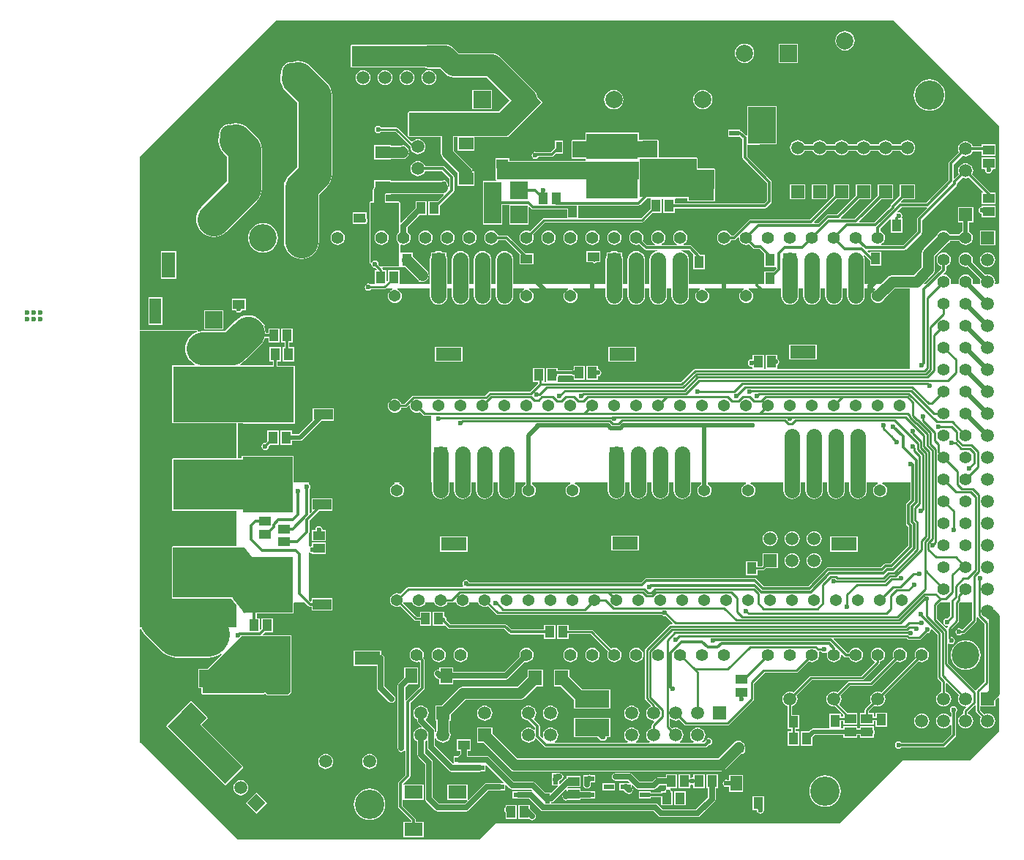
<source format=gtl>
%FSTAX23Y23*%
%MOMM*%
%SFA1B1*%

%IPPOS*%
%AMD52*
4,1,4,1.407160,-0.337820,-0.020320,1.447800,-1.407160,0.337820,0.020320,-1.447800,1.407160,-0.337820,0.0*
%
%AMD62*
4,1,4,1.010920,2.860040,-2.860040,-1.010920,-1.010920,-2.860040,2.860040,1.010920,1.010920,2.860040,0.0*
%
%AMD64*
4,1,4,0.193040,1.330960,-1.330960,-0.193040,-0.193040,-1.330960,1.330960,0.193040,0.193040,1.330960,0.0*
%
%AMD65*
4,1,4,-2.354580,4.323080,-4.323080,2.354580,2.354580,-4.323080,4.323080,-2.354580,-2.354580,4.323080,0.0*
%
%AMD66*
4,1,4,-4.069080,6.228080,-6.228080,4.069080,4.069080,-6.228080,6.228080,-4.069080,-4.069080,6.228080,0.0*
%
%AMD67*
4,1,4,-0.327660,1.496060,-1.496060,0.327660,0.327660,-1.496060,1.496060,-0.327660,-0.327660,1.496060,0.0*
%
%AMD72*
4,1,4,1.480820,0.000000,0.000000,1.480820,-1.480820,0.000000,0.000000,-1.480820,1.480820,0.000000,0.0*
1,1,2.095500,-0.739140,0.739140*
1,1,2.095500,0.739140,-0.739140*
%
%AMD75*
4,1,4,-1.363980,-0.365760,0.365760,-1.363980,1.363980,0.365760,-0.365760,1.363980,-1.363980,-0.365760,0.0*
%
%AMD79*
4,1,4,0.000000,-1.059180,1.059180,0.000000,0.000000,1.059180,-1.059180,0.000000,0.000000,-1.059180,0.0*
%
%ADD10R,1.100074X1.400048*%
%ADD11R,1.400048X1.700022*%
%ADD12R,5.999988X2.999994*%
%ADD13R,1.999996X4.800092*%
%ADD14R,1.999996X1.999996*%
%ADD15R,1.999996X1.999996*%
%ADD16R,1.700022X1.500124*%
%ADD17R,1.400048X1.100074*%
%ADD18R,1.700022X1.400048*%
%ADD19R,0.700024X1.299972*%
%ADD20R,2.999994X1.500124*%
%ADD21R,1.400048X2.999994*%
%ADD22R,1.500124X2.999994*%
%ADD23R,2.199894X1.199896*%
%ADD24R,5.800090X6.400038*%
%ADD25R,3.999992X1.999996*%
%ADD26R,1.150112X0.599948*%
%ADD27R,0.599948X1.150112*%
%ADD28R,2.100072X1.500124*%
%ADD29R,2.100072X1.500124*%
%ADD30R,1.500124X1.700022*%
%ADD31C,0.304800*%
%ADD32C,0.508000*%
%ADD33C,0.635000*%
%ADD34C,0.254000*%
%ADD35C,3.810000*%
%ADD36C,1.270000*%
%ADD37C,1.778000*%
%ADD38C,5.080000*%
%ADD39C,2.540000*%
%ADD40R,7.620000X5.334000*%
%ADD41R,3.175000X4.191000*%
%ADD42R,6.604000X4.445000*%
%ADD43R,3.556000X4.699000*%
%ADD44R,3.810000X1.397000*%
%ADD45R,4.318000X1.524000*%
%ADD46R,4.224020X4.572000*%
%ADD47R,0.762000X4.826000*%
%ADD48R,16.383000X2.032000*%
%ADD49R,9.838944X1.905000*%
%ADD50R,10.160000X2.413000*%
%ADD51R,17.526000X2.794000*%
G04~CAMADD=52~9~0.0~0.0~900.0~700.0~0.0~0.0~0~0.0~0.0~0.0~0.0~0~0.0~0.0~0.0~0.0~0~0.0~0.0~0.0~308.7~1108.0~1139.0*
%ADD52D52*%
%ADD53R,11.938000X6.477000*%
%ADD54R,11.938000X5.842000*%
%ADD55R,8.255000X5.842000*%
%ADD56R,3.048000X7.239000*%
%ADD57R,3.556000X1.524000*%
%ADD58R,5.007102X3.302000*%
%ADD59R,5.207000X2.286000*%
%ADD60R,2.921000X6.858000*%
%ADD61R,11.430000X2.667000*%
G04~CAMADD=62~9~0.0~0.0~2156.7~1031.6~0.0~0.0~0~0.0~0.0~0.0~0.0~0~0.0~0.0~0.0~0.0~0~0.0~0.0~0.0~45.0~2252.0~2251.0*
%ADD62D62*%
%ADD63R,8.763000X2.921000*%
G04~CAMADD=64~9~0.0~0.0~848.5~635.2~0.0~0.0~0~0.0~0.0~0.0~0.0~0~0.0~0.0~0.0~0.0~0~0.0~0.0~0.0~45.0~1048.0~1047.0*
%ADD64D64*%
G04~CAMADD=65~9~0.0~0.0~1096.0~3719.9~0.0~0.0~0~0.0~0.0~0.0~0.0~0~0.0~0.0~0.0~0.0~0~0.0~0.0~0.0~45.0~3404.0~3403.0*
%ADD65D65*%
G04~CAMADD=66~9~0.0~0.0~1202.1~5735.1~0.0~0.0~0~0.0~0.0~0.0~0.0~0~0.0~0.0~0.0~0.0~0~0.0~0.0~0.0~45.0~4904.0~4903.0*
%ADD66D66*%
G04~CAMADD=67~9~0.0~0.0~650.0~1017.5~0.0~0.0~0~0.0~0.0~0.0~0.0~0~0.0~0.0~0.0~0.0~0~0.0~0.0~0.0~45.0~1178.0~1177.0*
%ADD67D67*%
%ADD68C,3.400044*%
%ADD69C,1.999996*%
%ADD70R,1.500124X1.500124*%
%ADD71C,1.500124*%
G04~CAMADD=72~3~0.0~0.0~1650.0~825.0~0.0~0.0~0~0.0~0.0~0.0~0.0~0~0.0~0.0~0.0~0.0~0~0.0~0.0~0.0~315.0~1408.0~1408.0*
%ADD72D72*%
%ADD73R,1.500124X1.500124*%
%ADD74O,3.657600X1.828800*%
G04~CAMADD=75~10~0.0~787.4~0.0~0.0~0.0~0.0~0~0.0~0.0~0.0~0.0~0~0.0~0.0~0.0~0.0~0~0.0~0.0~0.0~150.0~787.4~0.0*
%ADD75D75*%
%ADD76C,3.200400*%
%ADD77C,1.422400*%
%ADD78C,1.371600*%
G04~CAMADD=79~10~0.0~590.6~0.0~0.0~0.0~0.0~0~0.0~0.0~0.0~0.0~0~0.0~0.0~0.0~0.0~0~0.0~0.0~0.0~225.0~590.6~0.0*
%ADD79D79*%
%ADD80C,0.599948*%
%LNramps_tmc-1*%
%LPD*%
G36*
X96527Y27709D02*
Y25628D01*
X95429Y2453*
X95303Y24543*
X95294Y24555*
X95157Y24647*
X94995Y24679*
X94834Y24647*
X94697Y24555*
X94605Y24418*
X94573Y24256*
X94605Y24095*
X94697Y23958*
X94834Y23866*
X94995Y23834*
X95157Y23866*
X95294Y23958*
X9533Y2401*
X95503*
X95598Y24029*
X95677Y24083*
X96947Y25353*
X97001Y25432*
X9702Y25526*
Y25907*
X97106Y25965*
X97137Y25978*
X97901Y25214*
Y18493*
X96981Y17572*
X96972Y1756*
X96846Y17547*
X93705Y20688*
Y22873*
X93727Y22887*
X93817Y22936*
X93945Y2285*
X94106Y22818*
X94268Y2285*
X94405Y22942*
X94497Y23079*
X94529Y2324*
X94497Y23402*
X94405Y23539*
X94268Y23631*
X94106Y23663*
X94073Y2369*
Y2451*
X94915Y25353*
X94969Y25432*
X94988Y25526*
Y27596*
X95101Y27709*
X96527*
G37*
G36*
X06821Y58929D02*
X06716Y58897D01*
X06365Y5871*
X06058Y58457*
X05805Y5815*
X05618Y57799*
X05502Y57418*
X05464Y57022*
X05502Y56627*
X05618Y56246*
X05805Y55895*
X06058Y55588*
X06365Y55335*
X06549Y55237*
X06518Y55114*
X04063*
X03976Y55078*
X0394Y5499*
Y48513*
X03976Y48426*
X04063Y4839*
X11429*
Y44319*
X04063*
X03976Y44283*
X0394Y44195*
Y38353*
X03976Y38266*
X04063Y3823*
X11429*
Y34159*
X04063*
X03976Y34123*
X0394Y34035*
Y28193*
X03976Y28106*
X04063Y2807*
X10837*
X11429Y27329*
Y24764*
X00246*
Y59054*
X06802*
X06821Y58929*
G37*
G36*
X93987Y27709D02*
Y26136D01*
X93661Y25809*
X93598Y25822*
X93437Y2579*
X933Y25698*
X93208Y25561*
X93176Y25399*
X93208Y25238*
X933Y25101*
X93437Y25009*
X93598Y24977*
X93691Y24995*
X9375Y24883*
X93653Y24786*
X93614Y24728*
X93488Y24715*
X92454Y25749*
Y27336*
X92827Y2771*
X93987Y27709*
G37*
G36*
X17652Y17372D02*
X17294Y17017D01*
X15034*
X14819Y17232*
X14731Y17268*
X14644Y17232*
X14553Y17141*
X07492*
Y19261*
X12035Y23748*
X17652*
Y17372*
G37*
G36*
X91301Y7327D02*
X90231Y72201D01*
X90172Y72113*
X90151Y72008*
Y70597*
X88533Y68979*
X85977*
X85952Y69103*
X86014Y69128*
X86186Y69261*
X86319Y69433*
X86402Y69634*
X8643Y69849*
X86402Y70065*
X86319Y70266*
X86186Y70438*
X86014Y70571*
X8587Y7063*
Y70922*
X86987Y7204*
X87104Y71991*
Y70432*
X88433*
Y72061*
X88424*
X88364Y72173*
X88401Y72228*
X88433Y72389*
X88401Y72551*
X88309Y72688*
X88172Y7278*
X8801Y72812*
X87911Y72792*
X87851Y72904*
X88335Y73387*
X91252*
X91301Y7327*
G37*
G36*
X30225Y705D02*
X30145Y70438D01*
X30012Y70266*
X29929Y70065*
X29901Y69849*
X29929Y69634*
X30012Y69433*
X30145Y69261*
X30225Y69199*
Y66547*
X28033*
X27842Y66739*
X27854Y66801*
X27822Y66963*
X2773Y671*
X27593Y67192*
X27431Y67224*
X2727Y67192*
X27133Y671*
X27042Y66964*
X2692Y67001*
Y73913*
X30225*
Y705*
G37*
G36*
X94695Y8771D02*
X99611Y82793D01*
Y64611*
X99398Y64476*
X99227*
X99143Y64571*
X99169Y64769*
X9914Y64995*
X99052Y65205*
X98914Y65386*
X98733Y65524*
X98523Y65612*
X98297Y65641*
X98072Y65612*
X98011Y65587*
X96545Y67053*
X96562Y67094*
X9659Y67309*
X96562Y67525*
X96479Y67726*
X96346Y67898*
X96174Y68031*
X95973Y68114*
X95757Y68142*
X95542Y68114*
X95341Y68031*
X95169Y67898*
X95036Y67726*
X94953Y67525*
X94925Y67309*
X94953Y67094*
X95036Y66893*
X95169Y66721*
X95341Y66588*
X95542Y66505*
X95757Y66477*
X95973Y66505*
X96014Y66522*
X9748Y65056*
X97455Y64995*
X97426Y64769*
X97452Y64571*
X97368Y64476*
X96751*
X96589Y64543*
X96564Y64571*
X9659Y64769*
X96562Y64985*
X96479Y65186*
X96346Y65358*
X96174Y65491*
X95973Y65574*
X95757Y65602*
X95542Y65574*
X95341Y65491*
X95169Y65358*
X95036Y65186*
X94953Y64985*
X94925Y64769*
X94951Y64571*
X94867Y64476*
X94108*
X94024Y64571*
X9405Y64769*
X94022Y64985*
X93939Y65186*
X93806Y65358*
X93634Y65491*
X93433Y65574*
X93217Y65602*
X93163Y65713*
X9341Y6596*
X93469Y66048*
X9349Y66153*
Y66529*
X93634Y66588*
X93806Y66721*
X93939Y66893*
X94022Y67094*
X9405Y67309*
X94022Y67525*
X93939Y67726*
X93806Y67898*
X93634Y68031*
X93433Y68114*
X93217Y68142*
X93002Y68114*
X92801Y68031*
X92629Y67898*
X92496Y67726*
X92413Y67525*
X92385Y67309*
X92413Y67094*
X92496Y66893*
X92629Y66721*
X92801Y66588*
X92946Y66529*
Y66265*
X91156Y64476*
X90983*
X90935Y64593*
X91974Y65632*
X92094Y65789*
X92169Y65971*
X92195Y66166*
Y67759*
X93517Y6908*
X93634Y69128*
X93806Y69261*
X93939Y69433*
X93955Y69474*
X9502*
X95036Y69433*
X95169Y69261*
X95341Y69128*
X95542Y69045*
X95757Y69017*
X95973Y69045*
X96174Y69128*
X96346Y69261*
X96479Y69433*
X96562Y69634*
X9659Y69849*
X96562Y70065*
X96479Y70266*
X96346Y70438*
X96174Y70571*
X96133Y70587*
Y71652*
X96622*
Y73381*
X94893*
Y71652*
X95382*
Y70587*
X95341Y70571*
X95169Y70438*
X95036Y70266*
X9502Y70225*
X93955*
X93939Y70266*
X93806Y70438*
X93634Y70571*
X93433Y70654*
X93217Y70682*
X93002Y70654*
X92801Y70571*
X92629Y70438*
X92496Y70266*
X92448Y70149*
X90905Y68606*
X90785Y68449*
X9071Y68267*
X90684Y68071*
Y6648*
X8973Y65525*
X87248*
X87053Y65499*
X86977Y65468*
X86871Y65424*
X86714Y65304*
X85886Y64476*
X84069*
Y67309*
X84035Y67571*
X83934Y67815*
X8393Y67821*
X84025Y67904*
X84691Y67239*
Y66622*
X8602*
Y68251*
X84691*
Y68174*
X84574Y68125*
X84382Y68317*
X8443Y68434*
X88645*
X8875Y68455*
X88838Y68514*
X90616Y70292*
X90675Y7038*
X90696Y70484*
Y71896*
X9468Y7588*
X94739Y75968*
X9476Y76072*
Y76214*
X95368Y76822*
X95532Y76754*
X95757Y76725*
X95983Y76754*
X96147Y76822*
X97778Y75191*
X9773Y75074*
X9761*
Y73745*
X99239*
Y75074*
X98649*
X98617Y75122*
X96532Y77207*
X966Y77371*
X96629Y77596*
X966Y77822*
X96512Y78032*
X96374Y78213*
X96193Y78351*
X95983Y78439*
X95757Y78468*
X95532Y78439*
X95322Y78351*
X95141Y78213*
X95003Y78032*
X94915Y77822*
X94886Y77596*
X94915Y77371*
X94983Y77207*
X94458Y76681*
X9434Y7673*
Y78335*
X95368Y79362*
X95532Y79294*
X95757Y79265*
X95983Y79294*
X96193Y79382*
X96374Y7952*
X96512Y79701*
X9658Y79864*
X9761*
Y79333*
X99239*
Y80662*
X9761*
Y80409*
X9658*
X96512Y80572*
X96374Y80753*
X96193Y80891*
X95983Y80979*
X95757Y81008*
X95532Y80979*
X95322Y80891*
X95141Y80753*
X95003Y80572*
X94915Y80362*
X94886Y80136*
X94915Y79911*
X94983Y79747*
X93876Y7864*
X93817Y78552*
X93797Y78447*
Y76528*
X912Y73932*
X88299*
X88251Y74049*
X88535Y74333*
X89879*
Y76062*
X8815*
Y74718*
X87124Y73691*
X87065Y73603*
X87045Y73499*
Y73459*
X85231Y71646*
X83473*
X83425Y71763*
X85995Y74333*
X87339*
Y76062*
X8561*
Y74718*
X82957Y72065*
X81352*
X81304Y72182*
X83455Y74333*
X84799*
Y76062*
X8307*
Y74718*
X80887Y72535*
X79798*
X79694Y72514*
X79606Y72455*
X78712Y71561*
X78254*
X78205Y71678*
X8086Y74333*
X82259*
Y76062*
X8053*
Y74773*
X77738Y7198*
X70833*
X70729Y71959*
X70641Y719*
X68862Y70122*
X68598*
X68539Y70266*
X68406Y70438*
X68234Y70571*
X68033Y70654*
X67817Y70682*
X67602Y70654*
X67401Y70571*
X67229Y70438*
X67096Y70266*
X67013Y70065*
X66985Y69849*
X67013Y69634*
X67096Y69433*
X67229Y69261*
X67401Y69128*
X67602Y69045*
X67817Y69017*
X68033Y69045*
X68234Y69128*
X68406Y69261*
X68539Y69433*
X68598Y69577*
X68974*
X69079Y69598*
X69167Y69657*
X69414Y69904*
X69525Y69849*
X69553Y69634*
X69636Y69433*
X69769Y69261*
X69941Y69128*
X70142Y69045*
X70357Y69017*
X70573Y69045*
X70717Y69105*
X71181Y68641*
X71269Y68582*
X71373Y68561*
X71896*
X72475Y67982*
Y66495*
X73804*
X73806*
X73896Y66405*
Y66291*
X73569Y65965*
X72475*
Y64476*
X63749*
Y67309*
X63715Y67571*
X63614Y67815*
X63453Y68025*
X63243Y68186*
X62999Y68287*
X62841Y68308*
X62849Y68434*
X63768*
X6427Y67932*
X64244Y6787*
Y66241*
X65573*
Y6787*
X65101*
X65101Y67871*
X64073Y68899*
X63985Y68958*
X6388Y68979*
X63117*
X63092Y69103*
X63154Y69128*
X63326Y69261*
X63459Y69433*
X63542Y69634*
X6357Y69849*
X63542Y70065*
X63459Y70266*
X63326Y70438*
X63154Y70571*
X62953Y70654*
X62737Y70682*
X62522Y70654*
X62321Y70571*
X62149Y70438*
X62016Y70266*
X61933Y70065*
X61905Y69849*
X61933Y69634*
X62016Y69433*
X62149Y69261*
X62321Y69128*
X62383Y69103*
X62358Y68979*
X60577*
X60552Y69103*
X60614Y69128*
X60786Y69261*
X60919Y69433*
X61002Y69634*
X6103Y69849*
X61002Y70065*
X60919Y70266*
X60786Y70438*
X60614Y70571*
X60413Y70654*
X60197Y70682*
X59982Y70654*
X59781Y70571*
X59609Y70438*
X59476Y70266*
X59393Y70065*
X59365Y69849*
X59393Y69634*
X59476Y69433*
X59609Y69261*
X59781Y69128*
X59843Y69103*
X59818Y68979*
X58913*
X58402Y6949*
X58462Y69634*
X5849Y69849*
X58462Y70065*
X58379Y70266*
X58246Y70438*
X58074Y70571*
X57873Y70654*
X57657Y70682*
X57442Y70654*
X57241Y70571*
X57069Y70438*
X56936Y70266*
X56853Y70065*
X56825Y69849*
X56853Y69634*
X56936Y69433*
X57069Y69261*
X57241Y69128*
X57442Y69045*
X57657Y69017*
X57873Y69045*
X58017Y69105*
X58608Y68514*
X58696Y68455*
X588Y68434*
X60086*
X60094Y68308*
X59936Y68287*
X59692Y68186*
X59482Y68025*
X59321Y67815*
X5922Y67571*
X59186Y67309*
Y64476*
X58669*
Y67309*
X58635Y67571*
X58534Y67815*
X58373Y68025*
X58163Y68186*
X57919Y68287*
X57657Y68321*
X57396Y68287*
X57152Y68186*
X56942Y68025*
X56781Y67815*
X5668Y67571*
X56646Y67309*
Y64476*
X56129*
Y67309*
X56095Y67571*
X55994Y67815*
X55982Y67831*
Y68174*
X55639*
X55623Y68186*
X55379Y68287*
X55117Y68321*
X54856Y68287*
X54612Y68186*
X54596Y68174*
X54253*
Y67831*
X54241Y67815*
X5414Y67571*
X54106Y67309*
Y64476*
X43429*
Y67309*
X43395Y67571*
X43294Y67815*
X43133Y68025*
X42923Y68186*
X42679Y68287*
X42417Y68321*
X42156Y68287*
X41912Y68186*
X41702Y68025*
X41541Y67815*
X4144Y67571*
X41406Y67309*
Y64476*
X40889*
Y67309*
X40855Y67571*
X40754Y67815*
X40593Y68025*
X40383Y68186*
X40139Y68287*
X39877Y68321*
X39616Y68287*
X39372Y68186*
X39162Y68025*
X39001Y67815*
X389Y67571*
X38866Y67309*
Y64476*
X38349*
Y67309*
X38315Y67571*
X38214Y67815*
X38053Y68025*
X37843Y68186*
X37599Y68287*
X37337Y68321*
X37076Y68287*
X36832Y68186*
X36622Y68025*
X36461Y67815*
X3636Y67571*
X36326Y67309*
Y64476*
X35809*
Y67309*
X35775Y67571*
X35674Y67815*
X35662Y67831*
Y68174*
X35319*
X35303Y68186*
X35059Y68287*
X34797Y68321*
X34536Y68287*
X34292Y68186*
X34276Y68174*
X33933*
Y67831*
X33921Y67815*
X3382Y67571*
X33786Y67309*
Y64476*
X30243*
Y66092*
X28914*
Y64908*
X28809Y64837*
X28743Y64864*
Y66092*
X28325*
Y66155*
X28306Y66249*
X28264Y66312*
X28324Y66424*
X30225*
X30313Y6646*
X30328Y66495*
X30438*
X3085*
X3236Y64995*
X32382Y64978*
X32467Y64852*
X32604Y6476*
X32765Y64728*
X32927Y6476*
X32964Y64785*
X33091Y64802*
X33272Y64878*
X33429Y64999*
X33548Y65156*
X33623Y65338*
X33648Y65534*
X33622Y6573*
X33546Y65911*
X33425Y66068*
X31767Y67715*
Y68124*
X30438*
X30349Y68213*
Y69001*
X30455Y69071*
X30518Y69045*
X30733Y69017*
X30949Y69045*
X3115Y69128*
X31322Y69261*
X31455Y69433*
X31538Y69634*
X31566Y69849*
X31538Y70065*
X31455Y70266*
X31322Y70438*
X31174Y70552*
Y71052*
X32586Y72464*
X33442*
Y74093*
X32113*
Y73237*
X30467Y7159*
X30349Y71639*
Y73913*
X30313Y74001*
X30225Y74037*
X28695*
Y74877*
X29285*
Y74936*
X35178*
X35236Y74943*
X35271Y7492*
X35359Y74903*
X35396Y74781*
X34707Y74093*
X33613*
Y72464*
X34942*
Y73558*
X36514Y7513*
X36573Y75219*
X36594Y75322*
Y76834*
X36573Y76939*
X36514Y77027*
X35498Y78043*
X3541Y78102*
X35305Y78123*
X33207*
X33139Y78286*
X33001Y78467*
X3282Y78605*
X3261Y78693*
X32384Y78722*
X32159Y78693*
X31949Y78605*
X31768Y78467*
X3163Y78286*
X31542Y78076*
X31513Y7785*
X31542Y77625*
X3163Y77415*
X31768Y77234*
X31949Y77096*
X32159Y77008*
X32384Y76979*
X3261Y77008*
X3282Y77096*
X33001Y77234*
X33139Y77415*
X33207Y77578*
X35193*
X36049Y76722*
Y75786*
X35923Y75778*
X35908Y75887*
X35847Y76035*
X35855Y76072*
X35823Y76234*
X35731Y76371*
X35594Y76463*
X35432Y76495*
X35271Y76463*
X35236Y7644*
X35178Y76447*
X29285*
Y76506*
X27356*
Y75781*
X27285Y75688*
X2721Y75506*
X27184Y7531*
Y74037*
X2692*
X26833Y74001*
X26796Y73913*
Y67001*
X26808Y66973*
X26811Y66942*
X26825Y66931*
X26833Y66913*
X26861Y66902*
X26884Y66882*
X27006Y66845*
X27016Y66835*
X27009Y66801*
X27041Y6664*
X27133Y66503*
X2727Y66411*
X27431Y66379*
X27494Y66392*
X27676Y66209*
X27627Y66092*
X27414*
Y64476*
X26905*
X26831Y64525*
X26687Y64554*
X26669Y64557*
X26508Y64525*
X26371Y64433*
X26279Y64296*
X26247Y64134*
X26279Y63973*
X26341Y6388*
X26371Y63836*
X26508Y63744*
X26669Y63712*
X26831Y63744*
X26968Y63836*
X26998Y6388*
X28574*
Y63898*
X28621Y63907*
X28701Y63961*
X28748Y64007*
X29447*
X29472Y63883*
X29314Y63818*
X29239Y6376*
X29219Y63744*
X29147Y63689*
X29019Y63522*
X28938Y63327*
X28911Y63118*
X28938Y6291*
X29019Y62715*
X29147Y62548*
X29314Y62419*
X29509Y62339*
X29717Y62312*
X29926Y62339*
X30121Y62419*
X30288Y62548*
X30417Y62715*
X30497Y6291*
X30524Y63118*
X30497Y63327*
X30417Y63522*
X30288Y63689*
X30196Y6376*
X30121Y63818*
X29963Y63883*
X29988Y64007*
X33786*
Y63118*
X3382Y62857*
X33921Y62613*
X34082Y62403*
X34292Y62242*
X34536Y62141*
X34797Y62107*
X35059Y62141*
X35303Y62242*
X35513Y62403*
X35674Y62613*
X35775Y62857*
X35809Y63118*
Y64007*
X36326*
Y63118*
X3636Y62857*
X36461Y62613*
X36622Y62403*
X36832Y62242*
X37076Y62141*
X37337Y62107*
X37599Y62141*
X37843Y62242*
X38053Y62403*
X38214Y62613*
X38315Y62857*
X38349Y63118*
Y64007*
X38866*
Y63118*
X389Y62857*
X39001Y62613*
X39162Y62403*
X39372Y62242*
X39616Y62141*
X39877Y62107*
X40139Y62141*
X40383Y62242*
X40593Y62403*
X40754Y62613*
X40855Y62857*
X40889Y63118*
Y64007*
X41406*
Y63118*
X4144Y62857*
X41541Y62613*
X41702Y62403*
X41912Y62242*
X42156Y62141*
X42417Y62107*
X42679Y62141*
X42923Y62242*
X43133Y62403*
X43294Y62613*
X43395Y62857*
X43429Y63118*
Y64007*
X44687*
X44712Y63883*
X44554Y63818*
X44387Y63689*
X44259Y63522*
X44178Y63327*
X44151Y63118*
X44178Y6291*
X44259Y62715*
X44387Y62548*
X44554Y62419*
X44749Y62339*
X44957Y62312*
X45166Y62339*
X45361Y62419*
X45528Y62548*
X45657Y62715*
X45737Y6291*
X45764Y63118*
X45737Y63327*
X45657Y63522*
X45528Y63689*
X45361Y63818*
X45203Y63883*
X45228Y64007*
X49767*
X49792Y63883*
X49634Y63818*
X49467Y63689*
X49338Y63522*
X49258Y63327*
X49231Y63118*
X49258Y6291*
X49338Y62715*
X49467Y62548*
X49634Y62419*
X49829Y62339*
X50037Y62312*
X50246Y62339*
X50441Y62419*
X50608Y62548*
X50737Y62715*
X50817Y6291*
X50844Y63118*
X50817Y63327*
X50737Y63522*
X50608Y63689*
X50441Y63818*
X50283Y63883*
X50308Y64007*
X54106*
Y63118*
X5414Y62857*
X54241Y62613*
X54402Y62403*
X54612Y62242*
X54856Y62141*
X55117Y62107*
X55379Y62141*
X55623Y62242*
X55833Y62403*
X55994Y62613*
X56095Y62857*
X56129Y63118*
Y64007*
X56646*
Y63118*
X5668Y62857*
X56781Y62613*
X56942Y62403*
X57152Y62242*
X57396Y62141*
X57657Y62107*
X57919Y62141*
X58163Y62242*
X58373Y62403*
X58534Y62613*
X58635Y62857*
X58669Y63118*
Y64007*
X59186*
Y63118*
X5922Y62857*
X59321Y62613*
X59482Y62403*
X59692Y62242*
X59936Y62141*
X60197Y62107*
X60459Y62141*
X60703Y62242*
X60913Y62403*
X61074Y62613*
X61175Y62857*
X61209Y63118*
Y64007*
X61726*
Y63118*
X6176Y62857*
X61861Y62613*
X62022Y62403*
X62232Y62242*
X62476Y62141*
X62737Y62107*
X62999Y62141*
X63243Y62242*
X63453Y62403*
X63614Y62613*
X63715Y62857*
X63749Y63118*
Y64007*
X65007*
X65032Y63883*
X64874Y63818*
X64707Y63689*
X64578Y63522*
X64498Y63327*
X64471Y63118*
X64498Y6291*
X64578Y62715*
X64707Y62548*
X64874Y62419*
X65069Y62339*
X65277Y62312*
X65486Y62339*
X65681Y62419*
X65848Y62548*
X65977Y62715*
X66057Y6291*
X66084Y63118*
X66057Y63327*
X65977Y63522*
X65848Y63689*
X65681Y63818*
X65523Y63883*
X65548Y64007*
X70087*
X70112Y63883*
X69954Y63818*
X69787Y63689*
X69659Y63522*
X69578Y63327*
X69551Y63118*
X69578Y6291*
X69659Y62715*
X69787Y62548*
X69954Y62419*
X70149Y62339*
X70357Y62312*
X70566Y62339*
X70761Y62419*
X70928Y62548*
X71057Y62715*
X71137Y6291*
X71164Y63118*
X71137Y63327*
X71057Y63522*
X70928Y63689*
X70761Y63818*
X70603Y63883*
X70628Y64007*
X74426*
Y63118*
X7446Y62857*
X74561Y62613*
X74722Y62403*
X74932Y62242*
X75176Y62141*
X75437Y62107*
X75699Y62141*
X75943Y62242*
X76153Y62403*
X76314Y62613*
X76415Y62857*
X76449Y63118*
Y64007*
X76966*
Y63118*
X77Y62857*
X77101Y62613*
X77262Y62403*
X77472Y62242*
X77716Y62141*
X77977Y62107*
X78239Y62141*
X78483Y62242*
X78693Y62403*
X78854Y62613*
X78955Y62857*
X78989Y63118*
Y64007*
X79506*
Y63118*
X7954Y62857*
X79641Y62613*
X79802Y62403*
X80012Y62242*
X80256Y62141*
X80517Y62107*
X80779Y62141*
X81023Y62242*
X81233Y62403*
X81394Y62613*
X81495Y62857*
X81529Y63118*
Y64007*
X82046*
Y63118*
X8208Y62857*
X82181Y62613*
X82342Y62403*
X82552Y62242*
X82796Y62141*
X83057Y62107*
X83319Y62141*
X83563Y62242*
X83773Y62403*
X83934Y62613*
X84035Y62857*
X84069Y63118*
Y64007*
X85252*
X85276Y63949*
X85227Y63831*
X85194Y63818*
X85027Y63689*
X84898Y63522*
X84818Y63327*
X84791Y63118*
X84818Y6291*
X84898Y62715*
X85027Y62548*
X85194Y62419*
X85389Y62339*
X85597Y62312*
X85806Y62339*
X86001Y62419*
X86168Y62548*
X86297Y62715*
X8632Y62772*
X87555Y64007*
X8928*
Y54716*
X73931*
Y55105*
X73948Y55108*
X74085Y552*
X74177Y55337*
X74209Y55498*
X74177Y5566*
X74085Y55797*
X73948Y55889*
X73931Y55892*
Y56313*
X72602*
Y54716*
X72431*
Y56313*
X71102*
Y55872*
X71004Y55792*
X70992Y55794*
X70831Y55762*
X70694Y5567*
X70602Y55533*
X7057Y55371*
X70602Y5521*
X70694Y55073*
X70831Y54981*
X70992Y54949*
X71004Y54951*
X71102Y54871*
Y54716*
X64464*
X6437Y54697*
X6429Y54644*
X62813Y53167*
X48531*
Y53658*
X48558Y53676*
X4865Y53813*
X48678Y53956*
X50229*
X50247Y5393*
X50384Y53838*
X50401Y53835*
Y53414*
X5173*
Y55043*
X50401*
Y54622*
X50384Y54619*
X50247Y54527*
X50229Y54501*
X48531*
Y54789*
X47202*
Y53167*
X47031*
Y54789*
X45702*
Y5316*
X46321*
Y53022*
X45347Y52049*
X40741*
X40647Y5203*
X40567Y51977*
X40182Y51592*
X31873*
X31779Y51573*
X31699Y5152*
X30844Y50665*
X30482*
X30417Y50822*
X30288Y50989*
X30121Y51118*
X29926Y51198*
X29717Y51225*
X29509Y51198*
X29314Y51118*
X29147Y50989*
X29019Y50822*
X28938Y50627*
X28911Y50418*
X28938Y5021*
X29019Y50015*
X29147Y49848*
X29314Y49719*
X29509Y49639*
X29717Y49612*
X29926Y49639*
X30121Y49719*
X30288Y49848*
X30417Y50015*
X30482Y50172*
X30946*
X31041Y50191*
X3112Y50245*
X31331Y50455*
X31451Y50414*
X31478Y5021*
X31559Y50015*
X31687Y49848*
X31854Y49719*
X32049Y49639*
X32257Y49612*
X32466Y49639*
X32624Y49704*
X33011Y49317*
X3309Y49264*
X33185Y49245*
X33908*
Y41528*
X3404*
Y40639*
X34074Y40378*
X34175Y40134*
X34336Y39924*
X34546Y39763*
X3479Y39662*
X35051Y39628*
X35313Y39662*
X35557Y39763*
X35767Y39924*
X35928Y40134*
X36029Y40378*
X36063Y40639*
Y41528*
X3658*
Y40639*
X36614Y40378*
X36715Y40134*
X36876Y39924*
X37086Y39763*
X3733Y39662*
X37591Y39628*
X37853Y39662*
X38097Y39763*
X38307Y39924*
X38468Y40134*
X38569Y40378*
X38603Y40639*
Y41528*
X3912*
Y40639*
X39154Y40378*
X39255Y40134*
X39416Y39924*
X39626Y39763*
X3987Y39662*
X40131Y39628*
X40393Y39662*
X40637Y39763*
X40847Y39924*
X41008Y40134*
X41109Y40378*
X41143Y40639*
Y41528*
X4166*
Y40639*
X41694Y40378*
X41795Y40134*
X41956Y39924*
X42166Y39763*
X4241Y39662*
X42671Y39628*
X42933Y39662*
X43177Y39763*
X43387Y39924*
X43548Y40134*
X43649Y40378*
X43683Y40639*
Y41528*
X44836*
Y4135*
X44808Y41338*
X44641Y4121*
X44513Y41043*
X44432Y40848*
X44405Y40639*
X44432Y40431*
X44513Y40236*
X44641Y40069*
X44808Y3994*
X45003Y3986*
X45211Y39833*
X4542Y3986*
X45615Y3994*
X45782Y40069*
X45911Y40236*
X45991Y40431*
X46018Y40639*
X45991Y40848*
X45911Y41043*
X45782Y4121*
X45615Y41338*
X45587Y4135*
Y41528*
X50021*
X50046Y41404*
X49888Y41338*
X49721Y4121*
X49592Y41043*
X49512Y40848*
X49485Y40639*
X49512Y40431*
X49592Y40236*
X49721Y40069*
X49888Y3994*
X50083Y3986*
X50291Y39833*
X505Y3986*
X50695Y3994*
X50862Y40069*
X50991Y40236*
X51071Y40431*
X51098Y40639*
X51071Y40848*
X50991Y41043*
X50862Y4121*
X50695Y41338*
X50537Y41404*
X50562Y41528*
X5436*
Y40639*
X54394Y40378*
X54495Y40134*
X54656Y39924*
X54866Y39763*
X5511Y39662*
X55371Y39628*
X55633Y39662*
X55877Y39763*
X56087Y39924*
X56248Y40134*
X56349Y40378*
X56383Y40639*
Y41528*
X569*
Y40639*
X56934Y40378*
X57035Y40134*
X57196Y39924*
X57406Y39763*
X5765Y39662*
X57911Y39628*
X58173Y39662*
X58417Y39763*
X58627Y39924*
X58788Y40134*
X58889Y40378*
X58923Y40639*
Y41528*
X5944*
Y40639*
X59474Y40378*
X59575Y40134*
X59736Y39924*
X59946Y39763*
X6019Y39662*
X60451Y39628*
X60713Y39662*
X60957Y39763*
X61167Y39924*
X61328Y40134*
X61429Y40378*
X61463Y40639*
Y41528*
X6198*
Y40639*
X62014Y40378*
X62115Y40134*
X62276Y39924*
X62486Y39763*
X6273Y39662*
X62991Y39628*
X63253Y39662*
X63497Y39763*
X63707Y39924*
X63868Y40134*
X63969Y40378*
X64003Y40639*
Y41528*
X65156*
Y4135*
X65128Y41338*
X64961Y4121*
X64832Y41043*
X64752Y40848*
X64725Y40639*
X64752Y40431*
X64832Y40236*
X64961Y40069*
X65128Y3994*
X65323Y3986*
X65531Y39833*
X6574Y3986*
X65935Y3994*
X66102Y40069*
X66231Y40236*
X66311Y40431*
X66338Y40639*
X66311Y40848*
X66231Y41043*
X66102Y4121*
X65935Y41338*
X65907Y4135*
Y41528*
X70341*
X70366Y41404*
X70208Y41338*
X70041Y4121*
X69913Y41043*
X69832Y40848*
X69805Y40639*
X69832Y40431*
X69913Y40236*
X70041Y40069*
X70208Y3994*
X70403Y3986*
X70611Y39833*
X7082Y3986*
X71015Y3994*
X71182Y40069*
X71311Y40236*
X71391Y40431*
X71418Y40639*
X71391Y40848*
X71311Y41043*
X71182Y4121*
X71015Y41338*
X70857Y41404*
X70882Y41528*
X7468*
Y40639*
X74714Y40378*
X74815Y40134*
X74976Y39924*
X75186Y39763*
X7543Y39662*
X75691Y39628*
X75953Y39662*
X76197Y39763*
X76407Y39924*
X76568Y40134*
X76669Y40378*
X76703Y40639*
Y41528*
X7722*
Y40639*
X77254Y40378*
X77355Y40134*
X77516Y39924*
X77726Y39763*
X7797Y39662*
X78231Y39628*
X78493Y39662*
X78737Y39763*
X78947Y39924*
X79108Y40134*
X79209Y40378*
X79243Y40639*
Y41528*
X7976*
Y40639*
X79794Y40378*
X79895Y40134*
X80056Y39924*
X80266Y39763*
X8051Y39662*
X80771Y39628*
X81033Y39662*
X81277Y39763*
X81487Y39924*
X81648Y40134*
X81749Y40378*
X81783Y40639*
Y41528*
X823*
Y40639*
X82334Y40378*
X82435Y40134*
X82596Y39924*
X82806Y39763*
X8305Y39662*
X83311Y39628*
X83573Y39662*
X83817Y39763*
X84027Y39924*
X84188Y40134*
X84289Y40378*
X84323Y40639*
Y41528*
X85581*
X85606Y41404*
X85448Y41338*
X85281Y4121*
X85152Y41043*
X85072Y40848*
X85045Y40639*
X85072Y40431*
X85152Y40236*
X85281Y40069*
X85448Y3994*
X85643Y3986*
X85851Y39833*
X8606Y3986*
X86255Y3994*
X86422Y40069*
X86551Y40236*
X86631Y40431*
X86658Y40639*
X86631Y40848*
X86551Y41043*
X86422Y4121*
X86255Y41338*
X86097Y41404*
X86122Y41528*
X89339*
Y39565*
X8891Y39137*
X88851Y39048*
X88831Y38944*
Y36796*
X88851Y36692*
X8891Y36603*
X89098Y36416*
Y34256*
X87028Y32187*
X86505*
X86401Y32166*
X86313Y32107*
X85931Y31725*
X79833*
X79729Y31704*
X79641Y31645*
X77579Y29583*
X72407*
X71572Y30418*
X71484Y30477*
X7138Y30498*
X588*
X58696Y30477*
X58608Y30418*
X5818Y2999*
X38366*
X38363Y30006*
X38271Y30143*
X38134Y30235*
X37972Y30267*
X37811Y30235*
X37674Y30143*
X37582Y30006*
X3755Y29844*
X37582Y29683*
X37642Y29593*
X37582Y29481*
X31267*
X31173Y29462*
X31093Y29409*
X30338Y28654*
X3018Y28719*
X29971Y28746*
X29763Y28719*
X29568Y28638*
X29401Y2851*
X29273Y28343*
X29192Y28148*
X29165Y27939*
X29192Y27731*
X29199Y27713*
X29273Y27536*
X29401Y27369*
X29568Y2724*
X29763Y2716*
X29971Y27133*
X3018Y2716*
X30338Y27225*
X31957Y25607*
X32036Y25553*
X3213Y25534*
X32621*
Y24966*
X3395*
Y26595*
X32621*
Y26027*
X32232*
X30686Y27573*
X30743Y27713*
X3174Y27712*
X31813Y27536*
X31941Y27369*
X32108Y2724*
X32303Y2716*
X32511Y27133*
X3272Y2716*
X32915Y2724*
X33082Y27369*
X33211Y27536*
X33283Y27712*
X3428*
X34352Y27536*
X34481Y27369*
X34648Y2724*
X34843Y2716*
X35051Y27133*
X3526Y2716*
X35455Y2724*
X35622Y27369*
X35751Y27536*
X35816Y27693*
X3628*
X36375Y27712*
X36375Y27712*
X3682Y27712*
X36892Y27536*
X37021Y27369*
X37188Y2724*
X37383Y2716*
X37591Y27133*
X378Y2716*
X37995Y2724*
X38162Y27369*
X38291Y27536*
X38363Y27712*
X3936*
X39432Y27536*
X39561Y27369*
X39728Y2724*
X39923Y2716*
X40131Y27133*
X4034Y2716*
X40498Y27225*
X41426Y26297*
X41506Y26244*
X416Y26225*
X60637*
X60672Y26172*
X60809Y26081*
X6097Y26049*
X61033Y26061*
X61826Y25268*
X61777Y2515*
X61644*
X6155Y25132*
X6147Y25078*
X58703Y22311*
X58649Y22231*
X58631Y22137*
Y16552*
X58649Y16458*
X58703Y16378*
X59324Y15757*
X59299Y15632*
X59254Y15613*
X59073Y15475*
X58935Y15294*
X58847Y15084*
X58818Y14858*
X58847Y14633*
X58935Y14423*
X59073Y14242*
X59254Y14104*
X59464Y14016*
X59689Y13987*
X59703Y13989*
X5976Y13875*
X59516Y13631*
X59462Y13551*
X59443Y13457*
Y13152*
X59254Y13073*
X59073Y12935*
X58935Y12754*
X58847Y12544*
X58818Y12318*
X58847Y12093*
X58935Y11883*
X59073Y11702*
X59232Y1158*
X59191Y1146*
X57648*
X57607Y1158*
X57766Y11702*
X57904Y11883*
X57992Y12093*
X58021Y12318*
X57992Y12544*
X57904Y12754*
X57766Y12935*
X57585Y13073*
X57375Y13161*
X57149Y1319*
X56924Y13161*
X56714Y13073*
X56533Y12935*
X56395Y12754*
X56307Y12544*
X56278Y12318*
X56307Y12093*
X56395Y11883*
X56533Y11702*
X56692Y1158*
X56651Y1146*
X4825*
X48209Y1158*
X48368Y11702*
X48506Y11883*
X48594Y12093*
X48623Y12318*
X48594Y12544*
X48506Y12754*
X48368Y12935*
X48187Y13073*
X47977Y13161*
X47751Y1319*
X47526Y13161*
X47316Y13073*
X47135Y12935*
X46997Y12754*
X46909Y12544*
X4688Y12318*
X46909Y12093*
X46925Y12054*
X4682Y11984*
X465Y12304*
Y13335*
X46479Y13439*
X46421Y13528*
X4582Y14127*
X45828Y14242*
X45966Y14423*
X46054Y14633*
X46083Y14858*
X46054Y15084*
X45966Y15294*
X45828Y15475*
X45647Y15613*
X45437Y15701*
X45211Y1573*
X44986Y15701*
X44776Y15613*
X44595Y15475*
X44457Y15294*
X44369Y15084*
X4434Y14858*
X44369Y14633*
X44457Y14423*
X44595Y14242*
X44776Y14104*
X44986Y14016*
X45189Y1399*
X45956Y13222*
Y12965*
X45836Y12924*
X45828Y12935*
X45647Y13073*
X45437Y13161*
X45211Y1319*
X44986Y13161*
X44776Y13073*
X44595Y12935*
X44457Y12754*
X44369Y12544*
X4434Y12318*
X44369Y12093*
X44457Y11883*
X44595Y11702*
X44776Y11564*
X44986Y11476*
X45211Y11447*
X45437Y11476*
X45647Y11564*
X45828Y11702*
X45966Y11883*
X45977Y11908*
X46102Y11933*
X47039Y10996*
X47127Y10937*
X47231Y10916*
X65671*
X65775Y10937*
X65863Y10996*
X66008Y1114*
X66039Y11134*
X66201Y11166*
X66338Y11258*
X6643Y11395*
X66462Y11556*
X6643Y11718*
X66338Y11855*
X66201Y11947*
X66039Y11979*
X65878Y11947*
X65741Y11855*
X65649Y11718*
X65617Y11556*
X65323Y11498*
X65271Y11614*
X65386Y11702*
X65524Y11883*
X65612Y12093*
X65641Y12318*
X65612Y12544*
X65524Y12754*
X65386Y12935*
X65205Y13073*
X64995Y13161*
X64769Y1319*
X64544Y13161*
X64334Y13073*
X64153Y12935*
X64015Y12754*
X63927Y12544*
X63898Y12318*
X63927Y12093*
X64015Y11883*
X64153Y11702*
X64312Y1158*
X64271Y1146*
X62728*
X62687Y1158*
X62846Y11702*
X62984Y11883*
X63072Y12093*
X63101Y12318*
X63072Y12544*
X62984Y12754*
X62846Y12935*
X62665Y13073*
X62455Y13161*
X62229Y1319*
X62004Y13161*
X61814Y13082*
X61484Y13412*
Y14213*
X61604Y14253*
X61613Y14242*
X61794Y14104*
X62004Y14016*
X62229Y13987*
X62455Y14016*
X62645Y14095*
X63199Y13542*
X63278Y13488*
X63372Y13469*
X68198*
X68293Y13488*
X68372Y13542*
X71166Y16336*
X7122Y16415*
X71239Y16509*
Y18313*
X72491Y19565*
X76199*
X76294Y19584*
X76373Y19638*
X77592Y20856*
X77762Y20785*
X77977Y20757*
X78193Y20785*
X78394Y20868*
X78566Y21001*
X78699Y21173*
X78782Y21374*
X7881Y21589*
X78782Y21805*
X78754Y21873*
X78824Y21978*
X79041*
X79076Y21926*
X79213Y21834*
X79374Y21802*
X79536Y21834*
X79616Y21887*
X79714Y21807*
X79713Y21805*
X79685Y21589*
X79713Y21374*
X79796Y21173*
X79929Y21001*
X80101Y20868*
X80302Y20785*
X80517Y20757*
X80733Y20785*
X80934Y20868*
X81106Y21001*
X81239Y21173*
X81322Y21374*
X8135Y21589*
X81461Y21644*
X81708Y21397*
X81796Y21338*
X81901Y21317*
X82277*
X82336Y21173*
X82469Y21001*
X82641Y20868*
X82842Y20785*
X83057Y20757*
X83273Y20785*
X83474Y20868*
X83646Y21001*
X83779Y21173*
X83862Y21374*
X8389Y21589*
X83862Y21805*
X83779Y22006*
X83646Y22178*
X83474Y22311*
X83273Y22394*
X83057Y22422*
X82842Y22394*
X82641Y22311*
X82469Y22178*
X82336Y22006*
X82277Y21862*
X82013*
X80456Y23418*
X80505Y23536*
X88888*
X89009Y23414*
X89089Y23361*
X89183Y23342*
X9039*
X90484Y23361*
X90564Y23414*
X91251Y24101*
X91312Y24088*
X91474Y2412*
X91611Y24212*
X91703Y24349*
X91735Y2451*
X91723Y2457*
X91835Y2463*
X92476Y23989*
Y19024*
X92495Y1893*
X92548Y1885*
X92971Y18427*
Y17343*
X92782Y17264*
X92601Y17126*
X92463Y16945*
X92375Y16735*
X92346Y16509*
X92375Y16284*
X92463Y16074*
X92601Y15893*
X92782Y15755*
X92992Y15667*
X93217Y15638*
X93443Y15667*
X93653Y15755*
X93834Y15893*
X93972Y16074*
X9406Y16284*
X94089Y16509*
X9406Y16735*
X93972Y16945*
X93834Y17126*
X93653Y17264*
X93464Y17343*
Y1829*
X93581Y18338*
X94994Y16925*
X94915Y16735*
X94886Y16509*
X94915Y16284*
X95003Y16074*
X95141Y15893*
X95322Y15755*
X95532Y15667*
X95757Y15638*
X95771Y1564*
X95828Y15526*
X95584Y15282*
X9553Y15202*
X95511Y15108*
Y14803*
X95322Y14724*
X95141Y14586*
X95003Y14405*
X94915Y14195*
X94886Y13969*
X94915Y13744*
X95003Y13534*
X95141Y13353*
X95322Y13215*
X95532Y13127*
X95757Y13098*
X95983Y13127*
X96193Y13215*
X96374Y13353*
X96512Y13534*
X966Y13744*
X96629Y13969*
X966Y14195*
X96512Y14405*
X96374Y14586*
X96193Y14724*
X96004Y14803*
Y15006*
X96791Y15793*
X96908Y15745*
Y15112*
X96927Y15018*
X96981Y14939*
X97534Y14385*
X97455Y14195*
X97426Y13969*
X97455Y13744*
X97543Y13534*
X97681Y13353*
X97862Y13215*
X98072Y13127*
X98297Y13098*
X98523Y13127*
X98733Y13215*
X98914Y13353*
X99052Y13534*
X9914Y13744*
X99169Y13969*
X9914Y14195*
X99052Y14405*
X98914Y14586*
X98733Y14724*
X98523Y14812*
X98297Y14841*
X98072Y14812*
X97882Y14733*
X97401Y15214*
Y15645*
X97433*
X99162*
Y16305*
X9949Y16633*
X99616Y16624*
X99653Y16576*
Y12752*
X96291Y0939*
X88518*
X88424Y09371*
X88345Y09317*
X81178Y02151*
X41528*
X41434Y02132*
X41355Y02078*
X39522Y00246*
X11531*
X00246Y11531*
Y17017*
Y24582*
X0037Y24607*
X00408Y24514*
X00627Y24157*
X00898Y2384*
X02685Y22053*
X03003Y21782*
X03359Y21563*
X03745Y21403*
X04151Y21306*
X04568Y21273*
X08137*
X08554Y21306*
X0896Y21403*
X09346Y21563*
X09664Y21758*
X09743Y21658*
X08034Y1997*
X07023*
Y17741*
X07369*
Y17141*
X07405Y17054*
X07492Y17017*
X14553*
X14641Y17054*
X14714Y17127*
X14731Y17144*
X14749Y17127*
X14946Y1693*
X15034Y16894*
X17294*
X17338Y16912*
X17381Y1693*
X17739Y17284*
X1774Y17284*
X1774*
X17758Y17328*
X17776Y17371*
X17776Y17371*
X17776Y17372*
Y23748*
X1774Y23836*
X17652Y23872*
X14505*
X14456Y2399*
X14671Y24204*
X15638*
Y25833*
X14309*
Y24649*
X14204Y24579*
X14138Y24606*
Y25833*
X13745*
Y26403*
X18032*
Y27624*
X18122Y27713*
X19272*
X1974Y27245*
X19829Y27186*
X19932Y27166*
X20103*
Y26723*
X22532*
Y2705*
Y27623*
Y28152*
X20103*
Y27817*
X19986Y27769*
X19811Y27943*
Y33403*
X19924Y33463*
X20031Y33391*
X2014Y3337*
Y33256*
X21769*
Y34585*
X2014*
Y34193*
X20031Y34172*
X19924Y341*
X19811Y3416*
Y35723*
X1983Y35813*
Y37122*
X20988Y3828*
X22532*
Y39709*
X20103*
Y3828*
X20137Y38199*
X19947Y38008*
X1983Y38057*
Y40704*
X19856Y40722*
X19948Y40859*
X1998Y4102*
X19948Y41182*
X19856Y41319*
X19811Y41349*
Y41528*
X18032*
Y44589*
X12003*
Y44319*
X11553*
Y4839*
X1213*
Y48374*
X18159*
Y55003*
X16158*
Y55573*
X16551*
Y57202*
X15222*
Y55573*
X15615*
Y55114*
X11869*
X11839Y55237*
X12022Y55335*
X12329Y55588*
X14184Y57443*
X14437Y5775*
X14624Y58101*
X14677Y58274*
X15095*
Y57732*
X16424*
Y58673*
Y59361*
X15095*
Y58819*
X14832*
X14779Y58877*
X1474Y59273*
X14644Y59589*
X14738Y59752*
X14498Y59891*
X14437Y60005*
X14184Y60312*
X13877Y60565*
X13526Y60752*
X13146Y60868*
X1275Y60906*
X12354Y60868*
X11973Y60752*
X11622Y60565*
X11315Y60312*
X10054Y59051*
X07492*
X07097Y59013*
X07034Y58993*
X06926Y59061*
X06925Y59073*
X06904Y59106*
X0689Y59142*
X06881Y59146*
X06876Y59154*
X06838Y59163*
X06802Y59178*
X00246*
Y74441*
X00251Y74802*
X00246*
Y79273*
X15976Y95003*
X26796*
Y94865*
X26798Y95003*
X87401*
X94695Y8771*
G37*
%LNramps_tmc-2*%
%LPC*%
G36*
X50037Y22422D02*
X49822Y22394D01*
X49621Y22311*
X49449Y22178*
X49316Y22006*
X49233Y21805*
X49205Y21589*
X49233Y21374*
X49316Y21173*
X49449Y21001*
X49621Y20868*
X49822Y20785*
X50037Y20757*
X50253Y20785*
X50454Y20868*
X50626Y21001*
X50759Y21173*
X50842Y21374*
X5087Y21589*
X50842Y21805*
X50759Y22006*
X50626Y22178*
X50454Y22311*
X50253Y22394*
X50037Y22422*
G37*
G36*
X44957D02*
X44742Y22394D01*
X44541Y22311*
X44369Y22178*
X44236Y22006*
X44153Y21805*
X44125Y21589*
X44149Y21404*
X42362Y19617*
X36501*
Y20141*
X34872*
Y19931*
X34774Y1985*
X3467Y19871*
X34502Y19837*
X34359Y19742*
X34264Y19599*
X3423Y1943*
X34264Y19262*
X34359Y19119*
X34613Y18865*
X34756Y1877*
X34872Y18747*
Y18212*
X36501*
Y18736*
X42544*
X42713Y1877*
X42856Y18865*
X44772Y20781*
X44957Y20757*
X45173Y20785*
X45374Y20868*
X45546Y21001*
X45679Y21173*
X45762Y21374*
X4579Y21589*
X45762Y21805*
X45679Y22006*
X45546Y22178*
X45374Y22311*
X45173Y22394*
X44957Y22422*
G37*
G36*
X52577D02*
X52362Y22394D01*
X52161Y22311*
X51989Y22178*
X51856Y22006*
X51773Y21805*
X51745Y21589*
X51773Y21374*
X51856Y21173*
X51989Y21001*
X52161Y20868*
X52362Y20785*
X52577Y20757*
X52793Y20785*
X52994Y20868*
X53166Y21001*
X53299Y21173*
X53382Y21374*
X5341Y21589*
X53382Y21805*
X53299Y22006*
X53166Y22178*
X52994Y22311*
X52793Y22394*
X52577Y22422*
G37*
G36*
X57657D02*
X57442Y22394D01*
X57241Y22311*
X57069Y22178*
X56936Y22006*
X56853Y21805*
X56825Y21589*
X56853Y21374*
X56936Y21173*
X57069Y21001*
X57241Y20868*
X57442Y20785*
X57657Y20757*
X57873Y20785*
X58074Y20868*
X58246Y21001*
X58379Y21173*
X58462Y21374*
X5849Y21589*
X58462Y21805*
X58379Y22006*
X58246Y22178*
X58074Y22311*
X57873Y22394*
X57657Y22422*
G37*
G36*
X49801Y25071D02*
X48472D01*
Y23442*
X49801*
Y2401*
X52349*
X54384Y21975*
X54313Y21805*
X54285Y21589*
X54313Y21374*
X54396Y21173*
X54529Y21001*
X54701Y20868*
X54902Y20785*
X55117Y20757*
X55333Y20785*
X55534Y20868*
X55706Y21001*
X55839Y21173*
X55922Y21374*
X5595Y21589*
X55922Y21805*
X55839Y22006*
X55706Y22178*
X55534Y22311*
X55333Y22394*
X55117Y22422*
X54902Y22394*
X54732Y22323*
X52624Y2443*
X52545Y24484*
X5245Y24503*
X49801*
Y25071*
G37*
G36*
X85597Y22422D02*
X85382Y22394D01*
X85181Y22311*
X85009Y22178*
X84876Y22006*
X84793Y21805*
X84765Y21589*
X84793Y21374*
X84876Y21173*
X85009Y21001*
X85181Y20868*
X85243Y20843*
X85268Y20719*
X83718Y19169*
X7785*
X77756Y1915*
X77677Y19096*
X75853Y17273*
X75663Y17352*
X75437Y17381*
X75212Y17352*
X75002Y17264*
X74821Y17126*
X74683Y16945*
X74595Y16735*
X74566Y16509*
X74595Y16284*
X74683Y16074*
X74821Y15893*
X75002Y15755*
X75191Y15676*
Y14657*
X75166*
Y13028*
X75585*
Y12752*
X75166*
Y11123*
X76495*
Y12752*
X76077*
Y13028*
X76495*
Y14657*
X75684*
Y15676*
X75873Y15755*
X76054Y15893*
X76192Y16074*
X7628Y16284*
X76309Y16509*
X7628Y16735*
X76201Y16925*
X77952Y18676*
X83819*
X83914Y18695*
X83993Y18749*
X85771Y20527*
X85825Y20606*
X85844Y207*
Y20798*
X86014Y20868*
X86186Y21001*
X86319Y21173*
X86402Y21374*
X8643Y21589*
X86402Y21805*
X86319Y22006*
X86186Y22178*
X86014Y22311*
X85813Y22394*
X85597Y22422*
G37*
G36*
X78231Y35923D02*
X78006Y35894D01*
X77796Y35806*
X77615Y35668*
X77477Y35487*
X77389Y35277*
X7736Y35051*
X77389Y34826*
X77477Y34616*
X77615Y34435*
X77796Y34297*
X78006Y34209*
X78231Y3418*
X78457Y34209*
X78667Y34297*
X78848Y34435*
X78986Y34616*
X79074Y34826*
X79103Y35051*
X79074Y35277*
X78986Y35487*
X78848Y35668*
X78667Y35806*
X78457Y35894*
X78231Y35923*
G37*
G36*
X95757Y23312D02*
X95421Y23279D01*
X95098Y23181*
X948Y23022*
X94539Y22808*
X94325Y22547*
X94166Y22249*
X94068Y21926*
X94035Y21589*
X94068Y21253*
X94166Y2093*
X94325Y20632*
X94539Y20371*
X948Y20157*
X95098Y19998*
X95421Y199*
X95757Y19867*
X96094Y199*
X96417Y19998*
X96715Y20157*
X96976Y20371*
X9719Y20632*
X97349Y2093*
X97447Y21253*
X9748Y21589*
X97447Y21926*
X97349Y22249*
X9719Y22547*
X96976Y22808*
X96715Y23022*
X96417Y23181*
X96094Y23279*
X95757Y23312*
G37*
G36*
X37337Y22422D02*
X37122Y22394D01*
X36921Y22311*
X36749Y22178*
X36616Y22006*
X36533Y21805*
X36505Y21589*
X36533Y21374*
X36616Y21173*
X36749Y21001*
X36921Y20868*
X37122Y20785*
X37337Y20757*
X37553Y20785*
X37754Y20868*
X37926Y21001*
X38059Y21173*
X38142Y21374*
X3817Y21589*
X38142Y21805*
X38059Y22006*
X37926Y22178*
X37754Y22311*
X37553Y22394*
X37337Y22422*
G37*
G36*
X34797D02*
X34582Y22394D01*
X34381Y22311*
X34209Y22178*
X34076Y22006*
X33993Y21805*
X33965Y21589*
X33993Y21374*
X34076Y21173*
X34209Y21001*
X34381Y20868*
X34582Y20785*
X34797Y20757*
X35013Y20785*
X35214Y20868*
X35386Y21001*
X35519Y21173*
X35602Y21374*
X3563Y21589*
X35602Y21805*
X35519Y22006*
X35386Y22178*
X35214Y22311*
X35013Y22394*
X34797Y22422*
G37*
G36*
X75691Y33383D02*
X75466Y33354D01*
X75256Y33266*
X75075Y33128*
X74937Y32947*
X74849Y32737*
X7482Y32511*
X74849Y32286*
X74937Y32076*
X75075Y31895*
X75256Y31757*
X75466Y31669*
X75691Y3164*
X75917Y31669*
X76127Y31757*
X76308Y31895*
X76446Y32076*
X76534Y32286*
X76563Y32511*
X76534Y32737*
X76446Y32947*
X76308Y33128*
X76127Y33266*
X75917Y33354*
X75691Y33383*
G37*
G36*
X83275Y35281D02*
X80046D01*
Y33552*
X83275*
Y35281*
G37*
G36*
X78231Y33383D02*
X78006Y33354D01*
X77796Y33266*
X77615Y33128*
X77477Y32947*
X77389Y32737*
X7736Y32511*
X77389Y32286*
X77477Y32076*
X77615Y31895*
X77796Y31757*
X78006Y31669*
X78231Y3164*
X78457Y31669*
X78667Y31757*
X78848Y31895*
X78986Y32076*
X79074Y32286*
X79103Y32511*
X79074Y32737*
X78986Y32947*
X78848Y33128*
X78667Y33266*
X78457Y33354*
X78231Y33383*
G37*
G36*
X3819Y35281D02*
X34961D01*
Y33552*
X3819*
Y35281*
G37*
G36*
X74016Y33376D02*
X72287D01*
Y31995*
X72161Y31869*
X71645*
Y32437*
X70316*
Y30808*
X71645*
Y31376*
X72262*
X72357Y31395*
X72436Y31449*
X72635Y31647*
X74016*
Y33376*
G37*
G36*
X58002Y35408D02*
X54773D01*
Y33679*
X58002*
Y35408*
G37*
G36*
X75691Y35923D02*
X75466Y35894D01*
X75256Y35806*
X75075Y35668*
X74937Y35487*
X74849Y35277*
X7482Y35051*
X74849Y34826*
X74937Y34616*
X75075Y34435*
X75256Y34297*
X75466Y34209*
X75691Y3418*
X75917Y34209*
X76127Y34297*
X76308Y34435*
X76446Y34616*
X76534Y34826*
X76563Y35051*
X76534Y35277*
X76446Y35487*
X76308Y35668*
X76127Y35806*
X75917Y35894*
X75691Y35923*
G37*
G36*
X88137Y22422D02*
X87922Y22394D01*
X87721Y22311*
X87549Y22178*
X87416Y22006*
X87333Y21805*
X87305Y21589*
X87333Y21374*
X87404Y21204*
X84734Y18534*
X82295*
X82201Y18515*
X82122Y18461*
X80933Y17273*
X80743Y17352*
X80517Y17381*
X80292Y17352*
X80082Y17264*
X79901Y17126*
X79763Y16945*
X79675Y16735*
X79646Y16509*
X79675Y16284*
X79763Y16074*
X79901Y15893*
X80082Y15755*
X80292Y15667*
X80517Y15638*
X80633Y15653*
X81608Y14678*
Y14457*
X81297*
Y14784*
X79968*
Y13177*
X79968*
X79968*
X79968Y13155*
X799Y13087*
X78104*
X77985Y13063*
X77961Y13058*
X77839Y12977*
X77614Y12752*
X76666*
Y11123*
X77995*
Y12071*
X7826Y12336*
X81608*
Y12047*
X83237*
Y12336*
X83513*
Y12047*
X85142*
Y12412*
X85226Y12538*
X85258Y12699*
X85226Y12861*
X85142Y12987*
Y13376*
X83513*
Y13087*
X83237*
Y13376*
X81608*
Y13087*
X81297*
Y13155*
Y13177*
Y13965*
X81608*
Y13547*
X83237*
Y14876*
X82106*
X81131Y15851*
X81134Y15893*
X81272Y16074*
X8136Y16284*
X81389Y16509*
X8136Y16735*
X81281Y16925*
X82397Y18041*
X84835*
X8493Y1806*
X85009Y18114*
X87752Y20856*
X87922Y20785*
X88137Y20757*
X88353Y20785*
X88554Y20868*
X88726Y21001*
X88859Y21173*
X88942Y21374*
X8897Y21589*
X88942Y21805*
X88859Y22006*
X88726Y22178*
X88554Y22311*
X88353Y22394*
X88137Y22422*
G37*
G36*
X90677D02*
X90462Y22394D01*
X90261Y22311*
X90089Y22178*
X89956Y22006*
X89873Y21805*
X89845Y21589*
X89873Y21374*
X89944Y21204*
X86013Y17273*
X85823Y17352*
X85597Y17381*
X85372Y17352*
X85162Y17264*
X84981Y17126*
X84843Y16945*
X84755Y16735*
X84726Y16509*
X84755Y16284*
X84834Y16094*
X84154Y15413*
X841Y15334*
X84081Y15239*
Y14876*
X83513*
Y13547*
X85142*
Y13965*
X85326*
Y13282*
X86655*
Y14911*
X85326*
Y14457*
X85142*
Y14876*
X84574*
Y15138*
X85182Y15746*
X85372Y15667*
X85597Y15638*
X85823Y15667*
X86033Y15755*
X86214Y15893*
X86352Y16074*
X8644Y16284*
X86469Y16509*
X8644Y16735*
X86361Y16925*
X90292Y20856*
X90462Y20785*
X90677Y20757*
X90893Y20785*
X91094Y20868*
X91266Y21001*
X91399Y21173*
X91482Y21374*
X9151Y21589*
X91482Y21805*
X91399Y22006*
X91266Y22178*
X91094Y22311*
X90893Y22394*
X90677Y22422*
G37*
G36*
X3545Y26595D02*
X34121D01*
Y24966*
X3545*
X35562Y25013*
X35875Y24699*
X35963Y2464*
X36067Y24619*
X42369*
X42924Y24064*
X43013Y24005*
X43117Y23984*
X46972*
Y23442*
X48301*
Y25071*
X46972*
Y24529*
X43229*
X42674Y25084*
X42586Y25143*
X42482Y25164*
X3618*
X35722Y25622*
X35728Y25653*
X35696Y25815*
X35604Y25952*
X35467Y26044*
X3545Y26047*
Y26595*
G37*
G36*
X73151Y35923D02*
X72926Y35894D01*
X72716Y35806*
X72535Y35668*
X72397Y35487*
X72309Y35277*
X7228Y35051*
X72309Y34826*
X72397Y34616*
X72535Y34435*
X72716Y34297*
X72926Y34209*
X73151Y3418*
X73377Y34209*
X73587Y34297*
X73768Y34435*
X73906Y34616*
X73994Y34826*
X74023Y35051*
X73994Y35277*
X73906Y35487*
X73768Y35668*
X73587Y35806*
X73377Y35894*
X73151Y35923*
G37*
G36*
X32257Y22422D02*
X32042Y22394D01*
X31841Y22311*
X31669Y22178*
X31536Y22006*
X31453Y21805*
X31425Y21589*
X31453Y21374*
X31536Y21173*
X31669Y21001*
X31841Y20868*
X32042Y20785*
X32257Y20757*
X32473Y20785*
X32515Y20803*
X3262Y20732*
Y17892*
X31049Y16321*
X31041Y16309*
X3092Y16346*
Y17851*
X31281Y18212*
X32437*
Y20141*
X30808*
Y18985*
X30168Y18345*
X30073Y18202*
X30039Y18033*
Y10794*
X30073Y10626*
X30168Y10483*
X30311Y10388*
X30479Y10354*
X30648Y10388*
X30791Y10483*
X30848Y10569*
X3097Y10532*
Y07732*
X3016Y06923*
X30101Y06835*
X30081Y0673*
Y04063*
X30101Y03959*
X3016Y03871*
X31605Y02427*
Y02261*
X30712*
Y00532*
X33041*
Y02261*
X32149*
Y02539*
X32128Y02644*
X32069Y02732*
X30625Y04176*
Y0485*
X30712*
X30714*
X33041*
Y06579*
X30751*
X30703Y06696*
X31434Y07427*
X31493Y07515*
X31514Y07619*
Y16016*
X33085Y17587*
X33144Y17675*
X33165Y17779*
Y20954*
X33144Y21059*
X33085Y21147*
X33002Y2123*
X33062Y21374*
X3309Y21589*
X33062Y21805*
X32979Y22006*
X32846Y22178*
X32674Y22311*
X32473Y22394*
X32257Y22422*
G37*
G36*
X52215Y0774D02*
X52084Y07714D01*
X51525*
Y07143*
X51502Y07027*
Y06603*
X51536Y06435*
X51631Y06292*
X51774Y06197*
X51942Y06163*
X52111Y06197*
X52254Y06292*
X52349Y06435*
X52383Y06603*
Y06845*
X52423Y06885*
X52904*
Y07714*
X52345*
X52215Y0774*
G37*
G36*
X54464Y06772D02*
X54424Y06764D01*
X53775*
Y05935*
X54424*
X54464Y05927*
X54505Y05935*
X55154*
Y06764*
X54505*
X54464Y06772*
G37*
G36*
X11919Y07112D02*
X11694Y07083D01*
X11484Y06995*
X11303Y06857*
X11165Y06676*
X11077Y06466*
X11048Y06241*
X11077Y06015*
X11165Y05805*
X11303Y05624*
X11484Y05486*
X11694Y05399*
X11919Y05369*
X12145Y05399*
X12355Y05486*
X12536Y05624*
X12674Y05805*
X12761Y06015*
X12791Y06241*
X12761Y06466*
X12674Y06676*
X12536Y06857*
X12355Y06995*
X12145Y07083*
X11919Y07112*
G37*
G36*
X65573Y07799D02*
X64244D01*
Y07485*
X64146Y07405*
X64134Y07407*
X63996Y07379*
X63898Y0746*
Y07799*
X62569*
Y0617*
X63898*
Y06509*
X63996Y0659*
X64134Y06562*
X64146Y06564*
X64244Y06484*
Y0617*
X65573*
Y07799*
G37*
G36*
X70029Y07695D02*
X684D01*
Y07106*
X68255*
X68233Y07121*
X68071Y07153*
X6791Y07121*
X67773Y07029*
X67681Y06892*
X67649Y0673*
X67681Y06569*
X67773Y06432*
X6791Y0634*
X68071Y06308*
X68233Y0634*
X68255Y06355*
X684*
Y05766*
X70029*
Y07695*
G37*
G36*
X56895Y07933D02*
X55244D01*
X55076Y07899*
X54933Y07804*
X54838Y07661*
X54804Y07492*
X54838Y07324*
X54933Y07181*
X55076Y07086*
X55244Y07052*
X56713*
X56884Y06881*
X56836Y06764*
X56536*
X56406Y0679*
X56275Y06764*
X55716*
Y05935*
X56197*
X56475Y05657*
X56618Y05562*
X56787Y05528*
X5683*
X56999Y05562*
X57142Y05657*
X57237Y058*
X57271Y05968*
X57237Y06137*
X57142Y0628*
X57095Y06311*
Y06505*
X57212Y06553*
X576Y06165*
X57743Y0607*
X57911Y06036*
X59689*
X59858Y0607*
X60001Y06165*
X6038Y06544*
X61069*
Y0617*
Y06031*
X61042Y06013*
X6095Y05876*
X60941Y05829*
X60544*
Y05671*
X59345*
Y05814*
X57966*
Y04985*
X59345*
Y05128*
X60544*
Y042*
X61873*
Y05829*
X6174*
X61731Y05876*
X61639Y06013*
X61586Y06049*
X61623Y0617*
X62398*
Y07799*
X61069*
Y07425*
X60197*
X60029Y07391*
X59886Y07296*
X59507Y06917*
X58094*
X57207Y07804*
X57064Y07899*
X56895Y07933*
G37*
G36*
X63372Y05829D02*
X62044D01*
Y042*
X63372*
Y05829*
G37*
G36*
X43856Y04243D02*
X42527D01*
Y03999*
X425Y03981*
X42408Y03844*
X42376Y03682*
X42408Y03521*
X425Y03384*
X42527Y03366*
Y02614*
X43856*
Y04243*
G37*
G36*
X26796Y06141D02*
X26441Y06106D01*
X26099Y06002*
X25784Y05833*
X25507Y05607*
X25281Y0533*
X25112Y05015*
X25008Y04673*
X24973Y04317*
X25008Y03962*
X25112Y0362*
X25281Y03305*
X25507Y03028*
X25784Y02802*
X26099Y02633*
X26441Y02529*
X26796Y02494*
X27152Y02529*
X27494Y02633*
X27809Y02802*
X28086Y03028*
X28312Y03305*
X28481Y0362*
X28585Y03962*
X2862Y04317*
X28585Y04673*
X28481Y05015*
X28312Y0533*
X28086Y05607*
X27809Y05833*
X27494Y06002*
X27152Y06106*
X26796Y06141*
G37*
G36*
X45356Y04243D02*
X44027D01*
Y02614*
X45276*
X45281Y02609*
X45424Y02514*
X45592Y0248*
X45761Y02514*
X45904Y02609*
X45999Y02752*
X46033Y0292*
X45999Y03089*
X45904Y03232*
X45396Y0374*
X45356Y03767*
Y04243*
G37*
G36*
X79501Y07665D02*
X79146Y0763D01*
X78804Y07526*
X78489Y07357*
X78212Y07131*
X77986Y06854*
X77817Y06539*
X77713Y06197*
X77678Y05841*
X77713Y05486*
X77817Y05144*
X77986Y04829*
X78212Y04552*
X78489Y04326*
X78804Y04157*
X79146Y04053*
X79501Y04018*
X79857Y04053*
X80199Y04157*
X80514Y04326*
X80791Y04552*
X81017Y04829*
X81186Y05144*
X8129Y05486*
X81325Y05841*
X8129Y06197*
X81186Y06539*
X81017Y06854*
X80791Y07131*
X80514Y07357*
X80199Y07526*
X79857Y0763*
X79501Y07665*
G37*
G36*
X13715Y05667D02*
X12493Y04444D01*
X13715Y03222*
X14938Y04444*
X13715Y05667*
G37*
G36*
X72431Y05259D02*
X71102D01*
Y0363*
X71589*
X71618Y03483*
X7171Y03346*
X71847Y03254*
X72008Y03222*
X7217Y03254*
X72307Y03346*
X72399Y03483*
X72428Y0363*
X72431*
Y03644*
Y03644*
Y03645*
Y05259*
G37*
G36*
X06122Y1625D02*
X06034Y16214D01*
X04867Y15047*
X04831Y14959*
X04837Y14945*
X03327Y13436*
X03291Y13348*
X03327Y13261*
X10009Y0658*
X10096Y06543*
X10183Y0658*
X12152Y08548*
X12188Y08635*
X12152Y08723*
X07414Y13461*
X0735Y13525*
X07414Y13588*
X08037Y14212*
X08073Y14299*
X08037Y14387*
X06209Y16214*
X06122Y1625*
G37*
G36*
X57149Y1573D02*
X56924Y15701D01*
X56714Y15613*
X56533Y15475*
X56395Y15294*
X56307Y15084*
X56278Y14858*
X56307Y14633*
X56395Y14423*
X56533Y14242*
X56714Y14104*
X56924Y14016*
X57149Y13987*
X57375Y14016*
X57585Y14104*
X57766Y14242*
X57904Y14423*
X57992Y14633*
X58021Y14858*
X57992Y15084*
X57904Y15294*
X57766Y15475*
X57585Y15613*
X57375Y15701*
X57149Y1573*
G37*
G36*
X47751D02*
X47526Y15701D01*
X47316Y15613*
X47135Y15475*
X46997Y15294*
X46909Y15084*
X4688Y14858*
X46909Y14633*
X46997Y14423*
X47135Y14242*
X47316Y14104*
X47526Y14016*
X47751Y13987*
X47977Y14016*
X48187Y14104*
X48368Y14242*
X48506Y14423*
X48594Y14633*
X48623Y14858*
X48594Y15084*
X48506Y15294*
X48368Y15475*
X48187Y15613*
X47977Y15701*
X47751Y1573*
G37*
G36*
X28157Y22073D02*
X24928D01*
Y20344*
X27626*
Y17779*
X2766Y17611*
X27755Y17468*
X29025Y16198*
X29168Y16103*
X29336Y16069*
X29505Y16103*
X29648Y16198*
X29743Y16341*
X29777Y16509*
X29743Y16678*
X29648Y16821*
X28507Y17962*
Y21208*
X28473Y21377*
X28378Y2152*
X28235Y21615*
X28157Y21631*
Y22073*
G37*
G36*
X49886Y19887D02*
X48157D01*
Y17958*
X48917*
X50463Y16412*
Y15395*
X54692*
Y17624*
X51389*
X49886Y19127*
Y19887*
G37*
G36*
X9436Y15662D02*
X94199Y1563D01*
X94062Y15538*
X9397Y15401*
X93938Y15239*
X9397Y15078*
X94062Y14941*
X94088Y14923*
Y14453*
X94064Y14443*
X93968Y14411*
X93834Y14586*
X93653Y14724*
X93443Y14812*
X93217Y14841*
X92992Y14812*
X92782Y14724*
X92601Y14586*
X92463Y14405*
X92375Y14195*
X92346Y13969*
X92375Y13744*
X92463Y13534*
X92601Y13353*
X92782Y13215*
X92992Y13127*
X93217Y13098*
X93443Y13127*
X93653Y13215*
X93834Y13353*
X93968Y13528*
X94064Y13496*
X94088Y13486*
Y12431*
X93105Y11448*
X88327*
X88309Y11474*
X88172Y11566*
X8801Y11598*
X87849Y11566*
X87712Y11474*
X8762Y11337*
X87588Y11175*
X8762Y11014*
X87712Y10877*
X87849Y10785*
X8801Y10753*
X88172Y10785*
X88309Y10877*
X88327Y10903*
X93217*
X93322Y10924*
X9341Y10983*
X94553Y12126*
X94612Y12214*
X94633Y12318*
Y14923*
X94659Y14941*
X94751Y15078*
X94783Y15239*
X94751Y15401*
X94659Y15538*
X94522Y1563*
X9436Y15662*
G37*
G36*
X40131Y1573D02*
X39906Y15701D01*
X39696Y15613*
X39515Y15475*
X39377Y15294*
X39289Y15084*
X3926Y14858*
X39289Y14633*
X39377Y14423*
X39515Y14242*
X39696Y14104*
X39906Y14016*
X40131Y13987*
X40357Y14016*
X40567Y14104*
X40748Y14242*
X40886Y14423*
X40974Y14633*
X41003Y14858*
X40974Y15084*
X40886Y15294*
X40748Y15475*
X40567Y15613*
X40357Y15701*
X40131Y1573*
G37*
G36*
X40996Y13183D02*
X39267D01*
Y11454*
X39927*
X43026Y08355*
X43183Y08235*
X43365Y0816*
X4356Y08134*
X65658*
X65755Y08146*
X67449*
X67645Y08172*
X67827Y08248*
X67984Y08368*
X69753Y10137*
X69849Y10118*
X70011Y1015*
X70148Y10242*
X7024Y10379*
X70272Y1054*
X7024Y10702*
X70203Y10758*
X70224Y10921*
X70198Y11117*
X70123Y11299*
X70003Y11456*
X69846Y11576*
X69664Y11651*
X69468Y11677*
X69273Y11651*
X69091Y11576*
X68934Y11456*
X67136Y09658*
X65671*
X65575Y09645*
X43873*
X40996Y12523*
Y13183*
G37*
G36*
X26796Y10142D02*
X26571Y10113D01*
X26361Y10025*
X2618Y09887*
X26042Y09706*
X25954Y09496*
X25925Y0927*
X25954Y09045*
X26042Y08835*
X2618Y08654*
X26361Y08516*
X26571Y08428*
X26796Y08399*
X27022Y08428*
X27232Y08516*
X27413Y08654*
X27551Y08835*
X27639Y09045*
X27668Y0927*
X27639Y09496*
X27551Y09706*
X27413Y09887*
X27232Y10025*
X27022Y10113*
X26796Y10142*
G37*
G36*
X21716D02*
X21491Y10113D01*
X21281Y10025*
X211Y09887*
X20962Y09706*
X20874Y09496*
X20845Y0927*
X20874Y09045*
X20962Y08835*
X211Y08654*
X21281Y08516*
X21491Y08428*
X21716Y08399*
X21942Y08428*
X22152Y08516*
X22333Y08654*
X22471Y08835*
X22559Y09045*
X22588Y0927*
X22559Y09496*
X22471Y09706*
X22333Y09887*
X22152Y10025*
X21942Y10113*
X21716Y10142*
G37*
G36*
X90677Y14841D02*
X90452Y14812D01*
X90242Y14724*
X90061Y14586*
X89923Y14405*
X89835Y14195*
X89806Y13969*
X89835Y13744*
X89923Y13534*
X90061Y13353*
X90242Y13215*
X90452Y13127*
X90677Y13098*
X90903Y13127*
X91113Y13215*
X91294Y13353*
X91432Y13534*
X9152Y13744*
X91549Y13969*
X9152Y14195*
X91432Y14405*
X91294Y14586*
X91113Y14724*
X90903Y14812*
X90677Y14841*
G37*
G36*
X46838Y19887D02*
X45109D01*
Y19127*
X43882Y179*
X37591*
X37396Y17874*
X3732Y17843*
X37214Y17799*
X37057Y17679*
X35101Y15723*
X34441*
Y13994*
X3455*
Y12754*
X34452Y12674*
X34388Y12686*
Y12808*
X34354Y12977*
X34259Y13119*
X33311Y14067*
X33319Y14194*
X33382Y14242*
X3352Y14423*
X33608Y14633*
X33637Y14858*
X33608Y15084*
X3352Y15294*
X33382Y15475*
X33201Y15613*
X32991Y15701*
X32765Y1573*
X3254Y15701*
X3233Y15613*
X32149Y15475*
X32011Y15294*
X31923Y15084*
X31894Y14858*
X31923Y14633*
X32011Y14423*
X32149Y14242*
X32325Y14107*
Y1399*
X32359Y13821*
X32454Y13678*
X3283Y13303*
X32773Y13189*
X32765Y1319*
X3254Y13161*
X3233Y13073*
X32149Y12935*
X32011Y12754*
X31923Y12544*
X31894Y12318*
X31923Y12093*
X32011Y11883*
X32149Y11702*
X32325Y11567*
Y10032*
X32359Y09864*
X32454Y09721*
X33214Y08961*
Y04952*
X33248Y04784*
X33343Y04641*
X34359Y03625*
X34502Y0353*
X3467Y03496*
X37972*
X38141Y0353*
X38284Y03625*
X40568Y05909*
X41801*
X41931Y05935*
X4249*
Y06505*
X42607Y06553*
X42995Y06165*
X43138Y0607*
X43306Y06036*
X45496*
X45597Y05935*
X45537Y05823*
X45456Y0584*
X4405*
X4392Y05814*
X43361*
Y04985*
X4392*
X4405Y04959*
X45273*
X4658Y03652*
X46723Y03557*
X46892Y03523*
X59634*
X60167Y0299*
X6031Y02895*
X60479Y02861*
X64769*
X64938Y02895*
X65081Y0299*
X6672Y04629*
X66815Y04772*
X66849Y04941*
Y0617*
X67073*
Y07799*
X65744*
Y0617*
X65968*
Y05123*
X64587Y03742*
X60661*
X60128Y04275*
X59985Y0437*
X59816Y04404*
X47785*
Y04533*
X47938Y04564*
X48081Y04659*
X49487Y06065*
X49604Y06017*
Y05864*
X4958Y05848*
X49484Y05784*
X49218Y05518*
X49123Y05375*
X49089Y05206*
X49123Y05038*
X49218Y04895*
X49361Y048*
X49529Y04766*
X49698Y048*
X49711Y04808*
X51233*
Y04959*
X52215*
X52345Y04985*
X52904*
Y05814*
X52345*
X52215Y0584*
X51233*
Y06137*
X49724*
X49697Y06203*
X49768Y06308*
X51233*
Y07637*
X49604*
Y07379*
X49603Y07379*
X4946Y07284*
X48852Y06676*
X48735Y06724*
Y07012*
X48777Y07054*
X48936Y07086*
X49079Y07181*
X49174Y07324*
X49208Y07492*
X49174Y07661*
X49079Y07804*
X48936Y07899*
X48767Y07933*
X48592*
X48477Y0791*
X47906*
Y07351*
X4788Y0722*
X47906Y0709*
Y06531*
X48542*
X4859Y06414*
X47821Y05645*
X47785Y0566*
X47118*
X4599Y06788*
X45847Y06883*
X45679Y06917*
X43489*
X40636Y0977*
X40493Y09865*
X40325Y09899*
X382*
X38159Y09948*
Y10523*
X38533*
Y11852*
X36904*
Y10523*
X37278*
Y10131*
X3702Y09873*
X36539*
Y09079*
X36422Y09031*
X34388Y11065*
Y11951*
X34512Y11975*
X34551Y11883*
X34689Y11702*
X3487Y11564*
X3508Y11476*
X35305Y11447*
X35531Y11476*
X35741Y11564*
X35922Y11702*
X3606Y11883*
X36148Y12093*
X36177Y12318*
X36148Y12544*
X36061Y12752*
Y13994*
X3617*
Y14654*
X37904Y16389*
X44195*
X44391Y16415*
X44573Y1649*
X4473Y1661*
X46078Y17958*
X46838*
Y19887*
G37*
G36*
X54692Y14322D02*
X50463D01*
Y12093*
X53161*
X53455Y11799*
X53577Y11718*
X5364Y11705*
X53686Y11674*
X53847Y11642*
X54009Y11674*
X54146Y11766*
X54238Y11903*
X5427Y12064*
X54294Y12093*
X54692*
Y14322*
G37*
G36*
X49171Y81085D02*
X48242D01*
Y80241*
X47787Y79785*
X46112*
X46072Y79777*
X45973Y79797*
X45812Y79765*
X45675Y79673*
X45583Y79536*
X45551Y79374*
X45583Y79213*
X45675Y79076*
X45812Y78984*
X45973Y78952*
X46135Y78984*
X46272Y79076*
X46364Y79213*
X46369Y79242*
X479*
X48003Y79262*
X48092Y79321*
X48327Y79556*
X49171*
Y81085*
G37*
G36*
X27812Y82799D02*
X27651Y82767D01*
X27514Y82675*
X27422Y82538*
X2739Y82377*
X27422Y82215*
X27514Y82078*
X27651Y81986*
X27812Y81954*
X27974Y81986*
X28111Y82078*
X28146Y8213*
X29789*
X31515Y80404*
X31513Y8039*
X31542Y80165*
X3163Y79955*
X31768Y79774*
X31949Y79636*
X32159Y79548*
X32384Y79519*
X3261Y79548*
X3282Y79636*
X33001Y79774*
X33139Y79955*
X33227Y80165*
X33256Y8039*
X33227Y80616*
X33139Y80826*
X33001Y81007*
X3282Y81145*
X3261Y81233*
X32384Y81262*
X32159Y81233*
X31949Y81145*
X31768Y81007*
X31757Y80993*
X3163Y80984*
X30064Y82551*
X29985Y82604*
X2989Y82623*
X28146*
X28111Y82675*
X27974Y82767*
X27812Y82799*
G37*
G36*
X29285Y8057D02*
X27356D01*
Y78941*
X29285*
Y79*
X30549*
X30572Y78984*
X30733Y78952*
X30895Y78984*
X31032Y79076*
X31117Y79203*
X31141Y79221*
X31261Y79378*
X31336Y7956*
X31362Y79755*
X31336Y79951*
X31261Y80133*
X31141Y8029*
X31117Y80308*
X31032Y80435*
X30895Y80527*
X30733Y80559*
X30572Y80527*
X30549Y80511*
X29285*
Y8057*
G37*
G36*
X73786Y85086D02*
X70611D01*
X70524Y8505*
X70488Y84962*
Y817*
X7037Y81651*
X69854Y82168*
X69766Y82227*
X69668Y82246*
Y8239*
X68289*
Y81561*
X69668*
X69684Y81568*
X69947Y81306*
Y7912*
X69967Y79016*
X70026Y78928*
X72752Y76202*
Y74153*
X72404Y73805*
X6212*
Y74335*
Y74347*
X62198Y74425*
X63536*
Y74065*
X66765*
Y75357*
X66798Y75437*
Y77723*
X66762Y77811*
X66674Y77847*
X64766*
Y78993*
X6473Y79081*
X64642Y79117*
X60256*
X60254Y7912*
Y81025*
X60218Y81113*
X60206Y81118*
Y81204*
X58277*
Y81149*
X57978*
Y82005*
X51749*
Y81149*
X50291*
X50204Y81113*
X50192Y81085*
X50142*
Y79556*
X50168*
Y7912*
X50204Y79033*
X50291Y78997*
X51749*
Y78776*
X51709Y78736*
X42978*
Y79035*
X41349*
Y77706*
X41405*
Y7658*
X41424Y76534*
X41354Y76428*
X39906*
Y71399*
X42135*
Y73641*
X42954*
Y73631*
Y71402*
X45183*
Y73392*
X453Y7344*
X45527Y73213*
X45615Y73154*
X45719Y73133*
X49639*
Y7214*
X47002*
X46908Y72122*
X46828Y72068*
X45343Y70583*
X45173Y70654*
X44957Y70682*
X44742Y70654*
X44541Y70571*
X44369Y70438*
X44236Y70266*
X44153Y70065*
X44125Y69849*
X44153Y69634*
X44236Y69433*
X44369Y69261*
X44541Y69128*
X44742Y69045*
X44957Y69017*
X45173Y69045*
X45374Y69128*
X45546Y69261*
X45679Y69433*
X45762Y69634*
X4579Y69849*
X45762Y70065*
X45691Y70235*
X47104Y71648*
X58317*
X58411Y71667*
X58491Y7172*
X59489Y72718*
X6062*
Y74347*
X60698Y74425*
X60791*
Y74347*
Y74335*
Y72718*
X6212*
Y7326*
X72516*
X72621Y73281*
X72709Y7334*
X73217Y73848*
X73276Y73936*
X73297Y7404*
Y76315*
X73276Y76418*
X73217Y76507*
X7049Y79233*
Y8056*
X70512Y80611*
X70539*
X71918*
Y80648*
X73786*
X73874Y80684*
X7391Y80771*
Y84962*
X73874Y8505*
X73786Y85086*
G37*
G36*
X89015Y81149D02*
X88789Y81119D01*
X88579Y81032*
X88398Y80894*
X8826Y80713*
X88235Y80653*
X87255*
X8723Y80713*
X87091Y80894*
X86911Y81032*
X867Y81119*
X86475Y81149*
X86249Y81119*
X86039Y81032*
X85858Y80894*
X8572Y80713*
X85695Y80653*
X84715*
X8469Y80713*
X84551Y80894*
X84371Y81032*
X8416Y81119*
X83935Y81149*
X83709Y81119*
X83499Y81032*
X83318Y80894*
X8318Y80713*
X83155Y80653*
X82175*
X8215Y80713*
X82011Y80894*
X81831Y81032*
X8162Y81119*
X81395Y81149*
X81169Y81119*
X80959Y81032*
X80778Y80894*
X8064Y80713*
X80615Y80653*
X79635*
X7961Y80713*
X79471Y80894*
X79291Y81032*
X7908Y81119*
X78855Y81149*
X78629Y81119*
X78419Y81032*
X78238Y80894*
X781Y80713*
X78075Y80653*
X77095*
X7707Y80713*
X76931Y80894*
X76751Y81032*
X7654Y81119*
X76315Y81149*
X76089Y81119*
X75879Y81032*
X75698Y80894*
X7556Y80713*
X75473Y80503*
X75443Y80277*
X75473Y80052*
X7556Y79841*
X75698Y79661*
X75879Y79522*
X76089Y79435*
X76315Y79405*
X7654Y79435*
X76751Y79522*
X76931Y79661*
X7707Y79841*
X77095Y79902*
X78075*
X781Y79841*
X78238Y79661*
X78419Y79522*
X78629Y79435*
X78855Y79405*
X7908Y79435*
X79291Y79522*
X79471Y79661*
X7961Y79841*
X79635Y79902*
X80615*
X8064Y79841*
X80778Y79661*
X80959Y79522*
X81169Y79435*
X81395Y79405*
X8162Y79435*
X81831Y79522*
X82011Y79661*
X8215Y79841*
X82175Y79902*
X83155*
X8318Y79841*
X83318Y79661*
X83499Y79522*
X83709Y79435*
X83935Y79405*
X8416Y79435*
X84371Y79522*
X84551Y79661*
X8469Y79841*
X84715Y79902*
X85695*
X8572Y79841*
X85858Y79661*
X86039Y79522*
X86249Y79435*
X86475Y79405*
X867Y79435*
X86911Y79522*
X87091Y79661*
X8723Y79841*
X87255Y79902*
X88235*
X8826Y79841*
X88398Y79661*
X88579Y79522*
X88789Y79435*
X89015Y79405*
X8924Y79435*
X89451Y79522*
X89631Y79661*
X8977Y79841*
X89857Y80052*
X89887Y80277*
X89857Y80503*
X8977Y80713*
X89631Y80894*
X89451Y81032*
X8924Y81119*
X89015Y81149*
G37*
G36*
X26796Y92269D02*
Y92198D01*
X24764*
X24677Y92162*
X24641Y92074*
Y89661*
X24677Y89574*
X24764Y89538*
X33126*
X33293Y89468*
X33654Y89421*
X34968*
X35588Y88801*
X35878Y88579*
X36214Y8844*
X36575Y88392*
X40365*
X43008Y8575*
X41709Y84451*
X31368*
X31281Y84415*
X31245Y84327*
Y8166*
X31281Y81573*
X31368Y81537*
X35058*
Y79628*
X35084Y79433*
X35159Y79251*
X35279Y79094*
X37008Y77365*
Y75893*
X38937*
Y77522*
X38721*
X38706Y77642*
X38702Y77665*
X38671Y77741*
X38627Y77847*
X38599Y77884*
X38507Y78004*
X36569Y79942*
Y81537*
X37008*
Y79957*
X38937*
Y81537*
X42798*
X42886Y81573*
X46759Y85447*
X46796Y85534*
X46759Y85621*
X46248Y86132*
X46239Y86203*
X461Y8654*
X45878Y86829*
X41931Y90776*
X41642Y90998*
X41305Y91137*
X40944Y91185*
X37154*
X36534Y91804*
X36245Y92026*
X36105Y92084*
X35908Y92166*
X35547Y92213*
X33654*
X33539Y92198*
X26867*
X26796Y92269*
G37*
G36*
X99239Y73574D02*
X9761D01*
Y73436*
X97501Y73415*
X97364Y73323*
X97272Y73186*
X9724Y73024*
X97272Y72863*
X97364Y72726*
X97501Y72634*
X9761Y72613*
Y72245*
X99239*
Y73574*
G37*
G36*
X26468Y72812D02*
X24839D01*
Y71483*
X2604*
X26161Y71459*
X26283Y71483*
X26468*
Y71594*
X26552Y7172*
X26584Y71881*
X26552Y72043*
X26468Y72169*
Y72812*
G37*
G36*
X55117Y70682D02*
X54902Y70654D01*
X54701Y70571*
X54529Y70438*
X54396Y70266*
X54313Y70065*
X54285Y69849*
X54313Y69634*
X54396Y69433*
X54529Y69261*
X54701Y69128*
X54902Y69045*
X55117Y69017*
X55333Y69045*
X55534Y69128*
X55706Y69261*
X55839Y69433*
X55922Y69634*
X5595Y69849*
X55922Y70065*
X55839Y70266*
X55706Y70438*
X55534Y70571*
X55333Y70654*
X55117Y70682*
G37*
G36*
X99239Y79162D02*
X9761D01*
Y77833*
X97924*
X98004Y77735*
X98002Y77723*
X98034Y77562*
X98126Y77425*
X98263Y77333*
X98424Y77301*
X98586Y77333*
X98723Y77425*
X98815Y77562*
X98847Y77723*
X98845Y77735*
X98925Y77833*
X99239*
Y79162*
G37*
G36*
X79719Y76062D02*
X7799D01*
Y74333*
X79719*
Y76062*
G37*
G36*
X77179D02*
X7545D01*
Y74333*
X77179*
Y76062*
G37*
G36*
X11321Y83127D02*
X10925Y83088D01*
X10643Y83003*
X1058Y83011*
X10276Y82971*
X09994Y82854*
X09751Y82668*
X09565Y82425*
X09448Y82143*
X09408Y81839*
X09416Y81776*
X0933Y81494*
X09292Y81098*
X0933Y80702*
X09446Y80322*
X09633Y79971*
X09886Y79664*
X1029Y7926*
Y76388*
X08704Y74802*
X07328Y73426*
X07075Y73119*
X06888Y72768*
X06772Y72387*
X06734Y71991*
X06772Y71596*
X06888Y71215*
X07075Y70864*
X07328Y70557*
X07635Y70304*
X07986Y70117*
X08367Y70001*
X08762Y69963*
X09158Y70001*
X09539Y70117*
X0989Y70304*
X10197Y70557*
X13753Y74113*
X14006Y7442*
X14106Y74608*
X14193Y74771*
X14309Y75152*
X14348Y75547*
Y801*
X14309Y80496*
X14193Y80877*
X14106Y8104*
X14006Y81228*
X13753Y81535*
X12755Y82533*
X12448Y82785*
X12097Y82973*
X11717Y83088*
X11321Y83127*
G37*
G36*
X70171Y92319D02*
X69879Y92281D01*
X69608Y92169*
X69376Y9199*
X69197Y91758*
X69085Y91486*
X69047Y91195*
X69085Y90905*
X69197Y90634*
X69376Y90401*
X69608Y90222*
X69879Y9011*
X70171Y90071*
X70461Y9011*
X70732Y90222*
X70965Y90401*
X71144Y90634*
X71256Y90905*
X71295Y91195*
X71256Y91486*
X71144Y91758*
X70965Y9199*
X70732Y92169*
X70461Y92281*
X70171Y92319*
G37*
G36*
X26034Y89263D02*
X25809Y89234D01*
X25599Y89146*
X25418Y89008*
X2528Y88827*
X25192Y88617*
X25163Y88391*
X25192Y88166*
X2528Y87956*
X25418Y87775*
X25599Y87637*
X25809Y87549*
X26034Y8752*
X2626Y87549*
X2647Y87637*
X26651Y87775*
X26676Y87808*
X26745Y87785*
X26746Y87899*
X26789Y87956*
X26877Y88166*
X26906Y88391*
X26877Y88617*
X26789Y88827*
X26753Y88875*
X26754Y89001*
X26676Y88975*
X26651Y89008*
X2647Y89146*
X2626Y89234*
X26034Y89263*
G37*
G36*
X33654D02*
X33429Y89234D01*
X33219Y89146*
X33038Y89008*
X329Y88827*
X32812Y88617*
X32783Y88391*
X32812Y88166*
X329Y87956*
X33038Y87775*
X33219Y87637*
X33429Y87549*
X33654Y8752*
X3388Y87549*
X3409Y87637*
X34271Y87775*
X34409Y87956*
X34497Y88166*
X34526Y88391*
X34497Y88617*
X34409Y88827*
X34271Y89008*
X3409Y89146*
X3388Y89234*
X33654Y89263*
G37*
G36*
X81797Y93766D02*
X81507Y93728D01*
X81236Y93616*
X81003Y93437*
X80824Y93205*
X80712Y92933*
X80674Y92642*
X80712Y92352*
X80824Y92081*
X81003Y91848*
X81236Y91669*
X81507Y91557*
X81797Y91518*
X82088Y91557*
X8236Y91669*
X82592Y91848*
X82771Y92081*
X82883Y92352*
X82921Y92642*
X82883Y92933*
X82771Y93205*
X82592Y93437*
X8236Y93616*
X82088Y93728*
X81797Y93766*
G37*
G36*
X18505Y90311D02*
X18109Y90273D01*
X17827Y90187*
X17764Y90195*
X1746Y90156*
X17178Y90038*
X16935Y89852*
X16749Y89609*
X16632Y89327*
X16592Y89023*
X166Y8896*
X16515Y88679*
X16476Y88283*
X16515Y87887*
X1663Y87506*
X16818Y87155*
X1707Y86848*
X18418Y855*
Y78056*
X17714Y77352*
X17596Y77234*
X17488Y77126*
X17235Y76819*
X17048Y76468*
X17021Y76379*
X16932Y76087*
X16894Y75691*
Y74802*
Y69433*
X16932Y69037*
X17048Y68657*
X17235Y68306*
X17488Y67998*
X17795Y67746*
X18146Y67558*
X18527Y67443*
X18922Y67404*
X19318Y67443*
X19699Y67558*
X2005Y67746*
X20357Y67998*
X2061Y68306*
X20797Y68657*
X20913Y69037*
X20952Y69433*
Y74851*
X2102Y7492*
X21881Y75781*
X22134Y76088*
X22321Y76439*
X22348Y76528*
X22437Y7682*
X22476Y77215*
Y86341*
X22437Y86737*
X22348Y87029*
X22321Y87117*
X22134Y87468*
X21881Y87776*
X1994Y89717*
X19632Y8997*
X19281Y90157*
X18901Y90273*
X18505Y90311*
G37*
G36*
X76365Y9231D02*
X74136D01*
Y90081*
X76365*
Y9231*
G37*
G36*
X65337Y86966D02*
X65047Y86927D01*
X64776Y86815*
X64543Y86636*
X64364Y86403*
X64252Y86132*
X64213Y85842*
X64252Y85551*
X64364Y85279*
X64543Y85047*
X64776Y84868*
X65047Y84756*
X65337Y84718*
X65629Y84756*
X659Y84868*
X66132Y85047*
X66311Y85279*
X66423Y85551*
X66461Y85842*
X66423Y86132*
X66311Y86403*
X66132Y86636*
X659Y86815*
X65629Y86927*
X65337Y86966*
G37*
G36*
X5505D02*
X5476Y86927D01*
X54489Y86815*
X54256Y86636*
X54077Y86403*
X53965Y86132*
X53926Y85842*
X53965Y85551*
X54077Y85279*
X54256Y85047*
X54489Y84868*
X5476Y84756*
X5505Y84718*
X55341Y84756*
X55613Y84868*
X55845Y85047*
X56024Y85279*
X56136Y85551*
X56174Y85842*
X56136Y86132*
X56024Y86403*
X55845Y86636*
X55613Y86815*
X55341Y86927*
X5505Y86966*
G37*
G36*
X91566Y88183D02*
X91211Y88148D01*
X90869Y88044*
X90554Y87875*
X90277Y87649*
X90051Y87372*
X89882Y87057*
X89778Y86715*
X89744Y86359*
X89778Y86004*
X89882Y85662*
X90051Y85347*
X90277Y8507*
X90554Y84844*
X90869Y84675*
X91211Y84571*
X91566Y84536*
X91922Y84571*
X92264Y84675*
X92579Y84844*
X92856Y8507*
X93082Y85347*
X93251Y85662*
X93355Y86004*
X93389Y86359*
X93355Y86715*
X93251Y87057*
X93082Y87372*
X92856Y87649*
X92579Y87875*
X92264Y88044*
X91922Y88148*
X91566Y88183*
G37*
G36*
X31114Y89263D02*
X30889Y89234D01*
X30679Y89146*
X30498Y89008*
X3036Y88827*
X30272Y88617*
X30243Y88391*
X30272Y88166*
X3036Y87956*
X30498Y87775*
X30679Y87637*
X30889Y87549*
X31114Y8752*
X3134Y87549*
X3155Y87637*
X31731Y87775*
X31869Y87956*
X31957Y88166*
X31986Y88391*
X31957Y88617*
X31869Y88827*
X31731Y89008*
X3155Y89146*
X3134Y89234*
X31114Y89263*
G37*
G36*
X28574D02*
X28349Y89234D01*
X28139Y89146*
X27958Y89008*
X2782Y88827*
X27732Y88617*
X27703Y88391*
X27732Y88166*
X2782Y87956*
X27958Y87775*
X28139Y87637*
X28349Y87549*
X28574Y8752*
X288Y87549*
X2901Y87637*
X29191Y87775*
X29329Y87956*
X29417Y88166*
X29446Y88391*
X29417Y88617*
X29329Y88827*
X29191Y89008*
X2901Y89146*
X288Y89234*
X28574Y89263*
G37*
G36*
X40925Y86956D02*
X38696D01*
Y84727*
X40925*
Y86956*
G37*
G36*
X52577Y70682D02*
X52362Y70654D01*
X52161Y70571*
X51989Y70438*
X51856Y70266*
X51773Y70065*
X51745Y69849*
X51773Y69634*
X51856Y69433*
X51989Y69261*
X52161Y69128*
X52362Y69045*
X52577Y69017*
X52793Y69045*
X52994Y69128*
X53166Y69261*
X53299Y69433*
X53382Y69634*
X5341Y69849*
X53382Y70065*
X53299Y70266*
X53166Y70438*
X52994Y70571*
X52793Y70654*
X52577Y70682*
G37*
G36*
X09877Y61456D02*
X07648D01*
Y59227*
X09877*
Y61456*
G37*
G36*
X78576Y57506D02*
X75347D01*
Y55777*
X78576*
Y57506*
G37*
G36*
X17924Y59361D02*
X16595D01*
Y58673*
Y57732*
X16988*
Y57202*
X16722*
Y55573*
X18051*
Y57202*
X17531*
Y57732*
X17924*
Y58673*
Y59361*
G37*
G36*
X0442Y68289D02*
X02691D01*
Y6506*
X0442*
Y68289*
G37*
G36*
X12498Y62779D02*
X10869D01*
Y6145*
X1129*
X11293Y61433*
X11385Y61296*
X11522Y61204*
X11683Y61172*
X11845Y61204*
X11982Y61296*
X12074Y61433*
X12077Y6145*
X12498*
Y62779*
G37*
G36*
X02846Y62955D02*
X01217D01*
Y59726*
X02846*
Y62955*
G37*
G36*
X57621Y57252D02*
X54392D01*
Y55523*
X57621*
Y57252*
G37*
G36*
X16297Y4755D02*
X14968D01*
Y46341*
X14763Y46136*
X14731Y46142*
X1457Y4611*
X14433Y46018*
X14341Y45881*
X14309Y45719*
X14341Y45558*
X14433Y45421*
X1457Y45329*
X14731Y45297*
X14893Y45329*
X1503Y45421*
X15122Y45558*
X15154Y45719*
X15148Y45751*
X15318Y45921*
X16297*
Y4755*
G37*
G36*
X30242Y41528D02*
X29701D01*
X29726Y41404*
X29568Y41338*
X29401Y4121*
X29273Y41043*
X29192Y40848*
X29165Y40639*
X29192Y40431*
X29273Y40236*
X29401Y40069*
X29568Y3994*
X29763Y3986*
X29971Y39833*
X3018Y3986*
X30375Y3994*
X30542Y40069*
X30671Y40236*
X30751Y40431*
X30778Y40639*
X30751Y40848*
X30671Y41043*
X30542Y4121*
X30375Y41338*
X30217Y41404*
X30242Y41528*
G37*
G36*
X20954Y3649D02*
X20793Y36458D01*
X20656Y36366*
X20564Y36229*
X20535Y36085*
X2014*
Y34756*
X21769*
Y36085*
X21374*
X21345Y36229*
X21253Y36366*
X21116Y36458*
X20954Y3649*
G37*
G36*
X37555Y57252D02*
X34326D01*
Y55523*
X37555*
Y57252*
G37*
G36*
X5323Y55043D02*
X51901D01*
Y53414*
X5323*
Y5381*
X53374Y53838*
X53511Y5393*
X53603Y54067*
X53635Y54228*
X53603Y5439*
X53511Y54527*
X53374Y54619*
X5323Y54647*
Y55043*
G37*
G36*
X22659Y50123D02*
X2023D01*
Y48725*
X18616Y47111*
X17797*
Y4755*
X16468*
Y45921*
X17797*
Y4636*
X18772*
X18915Y46389*
X19037Y4647*
X21261Y48694*
X22659*
Y50123*
G37*
G36*
X35813Y70682D02*
X35598Y70654D01*
X35397Y70571*
X35225Y70438*
X35092Y70266*
X35009Y70065*
X34981Y69849*
X35009Y69634*
X35092Y69433*
X35225Y69261*
X35397Y69128*
X35598Y69045*
X35813Y69017*
X36029Y69045*
X3623Y69128*
X36402Y69261*
X36535Y69433*
X36618Y69634*
X36646Y69849*
X36618Y70065*
X36535Y70266*
X36402Y70438*
X3623Y70571*
X36029Y70654*
X35813Y70682*
G37*
G36*
X33273D02*
X33058Y70654D01*
X32857Y70571*
X32685Y70438*
X32552Y70266*
X32469Y70065*
X32441Y69849*
X32469Y69634*
X32552Y69433*
X32685Y69261*
X32857Y69128*
X33058Y69045*
X33273Y69017*
X33489Y69045*
X3369Y69128*
X33862Y69261*
X33995Y69433*
X34078Y69634*
X34106Y69849*
X34078Y70065*
X33995Y70266*
X33862Y70438*
X3369Y70571*
X33489Y70654*
X33273Y70682*
G37*
G36*
X28193D02*
X27978Y70654D01*
X27777Y70571*
X27605Y70438*
X27472Y70266*
X27389Y70065*
X27361Y69849*
X27389Y69634*
X27472Y69433*
X27605Y69261*
X27777Y69128*
X27978Y69045*
X28193Y69017*
X28409Y69045*
X2861Y69128*
X28782Y69261*
X28915Y69433*
X28998Y69634*
X29026Y69849*
X28998Y70065*
X28915Y70266*
X28782Y70438*
X2861Y70571*
X28409Y70654*
X28193Y70682*
G37*
G36*
X50037D02*
X49822Y70654D01*
X49621Y70571*
X49449Y70438*
X49316Y70266*
X49233Y70065*
X49205Y69849*
X49233Y69634*
X49316Y69433*
X49449Y69261*
X49621Y69128*
X49822Y69045*
X50037Y69017*
X50253Y69045*
X50454Y69128*
X50626Y69261*
X50759Y69433*
X50842Y69634*
X5087Y69849*
X50842Y70065*
X50759Y70266*
X50626Y70438*
X50454Y70571*
X50253Y70654*
X50037Y70682*
G37*
G36*
X47497D02*
X47282Y70654D01*
X47081Y70571*
X46909Y70438*
X46776Y70266*
X46693Y70065*
X46665Y69849*
X46693Y69634*
X46776Y69433*
X46909Y69261*
X47081Y69128*
X47282Y69045*
X47497Y69017*
X47713Y69045*
X47914Y69128*
X48086Y69261*
X48219Y69433*
X48302Y69634*
X4833Y69849*
X48302Y70065*
X48219Y70266*
X48086Y70438*
X47914Y70571*
X47713Y70654*
X47497Y70682*
G37*
G36*
X38353D02*
X38138Y70654D01*
X37937Y70571*
X37765Y70438*
X37632Y70266*
X37549Y70065*
X37521Y69849*
X37549Y69634*
X37632Y69433*
X37765Y69261*
X37937Y69128*
X38138Y69045*
X38353Y69017*
X38569Y69045*
X3877Y69128*
X38942Y69261*
X39075Y69433*
X39158Y69634*
X39186Y69849*
X39158Y70065*
X39075Y70266*
X38942Y70438*
X3877Y70571*
X38569Y70654*
X38353Y70682*
G37*
G36*
X23113D02*
X22898Y70654D01*
X22697Y70571*
X22525Y70438*
X22392Y70266*
X22309Y70065*
X22281Y69849*
X22309Y69634*
X22392Y69433*
X22525Y69261*
X22697Y69128*
X22898Y69045*
X23113Y69017*
X23329Y69045*
X2353Y69128*
X23702Y69261*
X23835Y69433*
X23918Y69634*
X23946Y69849*
X23918Y70065*
X23835Y70266*
X23702Y70438*
X2353Y70571*
X23329Y70654*
X23113Y70682*
G37*
G36*
X53519Y68343D02*
X5189D01*
Y67014*
X52611*
X52627Y6699*
X52715Y66931*
X5282Y6691*
X52924Y66931*
X53012Y6699*
X53028Y67014*
X53519*
Y68343*
G37*
G36*
X40893Y70682D02*
X40678Y70654D01*
X40477Y70571*
X40305Y70438*
X40172Y70266*
X40089Y70065*
X40061Y69849*
X40089Y69634*
X40172Y69433*
X40305Y69261*
X40477Y69128*
X40678Y69045*
X40893Y69017*
X41109Y69045*
X4131Y69128*
X41482Y69261*
X41615Y69433*
X41674Y69577*
X42571*
X44143Y68005*
Y6676*
X45772*
Y68089*
X44829*
X42876Y70042*
X42788Y70101*
X42683Y70122*
X41674*
X41615Y70266*
X41482Y70438*
X4131Y70571*
X41109Y70654*
X40893Y70682*
G37*
G36*
X98297Y68181D02*
X98072Y68152D01*
X97862Y68064*
X97681Y67926*
X97543Y67745*
X97455Y67535*
X97426Y67309*
X97455Y67084*
X97543Y66874*
X97681Y66693*
X97862Y66555*
X98072Y66467*
X98297Y66438*
X98523Y66467*
X98733Y66555*
X98914Y66693*
X99052Y66874*
X9914Y67084*
X99169Y67309*
X9914Y67535*
X99052Y67745*
X98914Y67926*
X98733Y68064*
X98523Y68152*
X98297Y68181*
G37*
G36*
X14477Y71572D02*
X14141Y71539D01*
X13818Y71441*
X1352Y71282*
X13259Y71068*
X13045Y70807*
X12886Y70509*
X12788Y70186*
X12755Y69849*
X12788Y69513*
X12886Y6919*
X13045Y68892*
X13259Y68631*
X1352Y68417*
X13818Y68258*
X14141Y6816*
X14477Y68127*
X14814Y6816*
X15137Y68258*
X15435Y68417*
X15696Y68631*
X1591Y68892*
X16069Y6919*
X16167Y69513*
X162Y69849*
X16167Y70186*
X16069Y70509*
X1591Y70807*
X15696Y71068*
X15435Y71282*
X15137Y71441*
X14814Y71539*
X14477Y71572*
G37*
G36*
X99162Y70714D02*
X97433D01*
Y68985*
X99162*
Y70714*
G37*
%LNramps_tmc-3*%
%LPD*%
G36*
X33507Y11667D02*
Y10883D01*
X3354Y10714*
X33636Y10571*
X3601Y08197*
X36153Y08102*
X36321Y08068*
X39478*
X39609Y08094*
X40168*
Y08827*
X40285Y08875*
X42279Y06881*
X42231Y06764*
X41931*
X41801Y0679*
X40385*
X40217Y06756*
X40074Y06661*
X38238Y04825*
X38235Y04826*
X38121Y04873*
Y06579*
X35792*
Y0485*
X38098*
X38145Y04736*
X38146Y04733*
X3779Y04377*
X34853*
X34095Y05135*
Y09143*
X34061Y09312*
X33966Y09455*
X33206Y10215*
Y11567*
X33382Y11702*
X33387Y11708*
X33507Y11667*
G37*
G36*
X59291Y74347D02*
D01*
Y73216*
X58215Y7214*
X50968*
Y73592*
X57911*
X58016Y73613*
X58104Y73672*
X58857Y74425*
X59291*
Y74347*
G37*
G54D10*
X71766Y04444D03*
X73267D03*
X50303Y72897D03*
X51804D03*
X48375Y74421D03*
X46874D03*
X31103Y67309D03*
X29602D03*
X34278Y73278D03*
X32777D03*
X80633Y13969D03*
X79132D03*
X8599Y14096D03*
X87491D03*
X7583Y13842D03*
X77331D03*
Y11937D03*
X7583D03*
X73267Y55498D03*
X71766D03*
X51065Y54228D03*
X52566D03*
X47867Y53974D03*
X46366D03*
X15759Y58546D03*
X1726D03*
X17133Y46735D03*
X15632D03*
X64908Y06984D03*
X66409D03*
X61208Y05014D03*
X62708D03*
X63234Y06984D03*
X61733D03*
X43191Y03428D03*
X44692D03*
X71639Y67309D03*
X7314D03*
X71639Y6515D03*
X7314D03*
X86856Y67436D03*
X85355D03*
X89269Y71246D03*
X87768D03*
X66409Y67055D03*
X64908D03*
X28078Y65277D03*
X29579D03*
X15886Y56387D03*
X17387D03*
X34786Y2578D03*
X33285D03*
X47636Y24256D03*
X49137D03*
X6948Y31622D03*
X70981D03*
X13473Y25018D03*
X14974D03*
X59955Y73532D03*
X61456D03*
G54D11*
X69214Y0673D03*
X73278D03*
X31622Y19176D03*
X35686D03*
G54D12*
X54863Y8039D03*
Y75818D03*
G54D13*
X4102Y73913D03*
G54D14*
X44068Y72516D03*
X75251Y91195D03*
X4997Y85842D03*
X3981D03*
X60257D03*
G54D15*
X44068Y7531D03*
X81797Y87562D03*
X08762Y60342D03*
X08137Y18855D03*
G54D16*
X63322Y77165D03*
Y80213D03*
X44322Y80644D03*
Y77596D03*
G54D17*
X6134Y7837D03*
Y79871D03*
X42163D03*
Y7837D03*
X14731Y37072D03*
Y35571D03*
X1689Y34682D03*
Y36183D03*
X11683Y62114D03*
Y63615D03*
X98424Y72909D03*
Y7441D03*
Y78497D03*
Y79998D03*
X82422Y12711D03*
Y14212D03*
X84327Y12711D03*
Y14212D03*
X44957Y65924D03*
Y67425D03*
X50418Y05472D03*
Y06973D03*
X37718Y12688D03*
Y11187D03*
X52704Y66178D03*
Y67679D03*
X25653Y72147D03*
Y73648D03*
X69849Y17283D03*
Y18784D03*
X20954Y35421D03*
Y3392D03*
G54D18*
X59241Y8039D03*
Y76326D03*
X2832Y79755D03*
Y75691D03*
X37972Y80771D03*
Y76707D03*
G54D19*
X50606Y77921D03*
X49656D03*
X48707D03*
Y8032D03*
X49656D03*
X50606D03*
G54D20*
X41909Y34416D03*
X36575D03*
X61721Y34543D03*
X56387D03*
X41274Y56387D03*
X3594D03*
X6134D03*
X56006D03*
X82295Y56641D03*
X76961D03*
X86994Y34416D03*
X8166D03*
X6515Y74929D03*
X70484D03*
X26542Y21208D03*
X21208D03*
G54D21*
X02031Y6134D03*
X06476D03*
G54D22*
X03555Y72008D03*
Y66674D03*
G54D23*
X21317Y38995D03*
Y43554D03*
Y27438D03*
Y31997D03*
X21444Y49409D03*
Y53968D03*
G54D24*
X15018Y41274D03*
Y29717D03*
X15145Y51688D03*
G54D25*
X52577Y13207D03*
Y16509D03*
G54D26*
X39478Y08508D03*
X37229Y07559D03*
Y09458D03*
X54464Y06349D03*
X52215Y054D03*
Y07299D03*
X41801Y06349D03*
X4405Y07299D03*
Y054D03*
X56406Y06349D03*
X58655Y07299D03*
Y054D03*
X68979Y81975D03*
Y80076D03*
X71228Y81025D03*
G54D27*
X4737Y04971D03*
X46421Y0722D03*
X4832D03*
G54D28*
X31876Y05714D03*
X36956D03*
G54D29*
X31876Y01396D03*
X36956D03*
G54D30*
X49021Y18922D03*
X45973D03*
G54D31*
X71766Y03886D02*
Y04444D01*
Y03886D02*
X72008Y03644D01*
X61208Y05582D02*
X6134Y05714D01*
X61208Y05014D02*
Y05582D01*
X58655Y054D02*
X60823D01*
X61208Y05014*
X48375Y73864D02*
X57911D01*
X59241Y75194D02*
Y76326D01*
X57911Y73864D02*
X59241Y75194D01*
X48375Y73864D02*
Y74421D01*
X51804Y73278D02*
X5245D01*
X51804D02*
Y73405D01*
X49656Y81406D02*
Y81471D01*
X45719Y73405D02*
X50303D01*
X45211Y73913D02*
X45719Y73405D01*
X4102Y73913D02*
X45211D01*
X44068Y7531D02*
X45985D01*
X46874Y74421*
X45973Y79374D02*
X46112Y79513D01*
X46862Y7531D02*
X46874Y75299D01*
Y74421D02*
Y75299D01*
X479Y79513D02*
X48707Y8032D01*
X46112Y79513D02*
X479D01*
X81901Y21589D02*
X83057D01*
X8801Y11175D02*
X93217D01*
X9436Y12318*
Y15239*
X76315Y74931D02*
Y75197D01*
X77977Y69849D02*
X79921Y71793D01*
X80517Y69849D02*
X82041Y71373D01*
X85343*
X94068Y78447D02*
X95757Y80136D01*
X94487Y76326D02*
X95757Y77596D01*
X97662Y73024D02*
X97778Y72909D01*
X98424*
X95757Y77596D02*
X98424Y74929D01*
Y7441D02*
Y74929D01*
X98286Y80136D02*
X98424Y79998D01*
X95757Y80136D02*
X98286D01*
X62878Y23113D02*
X65277D01*
X65912Y22478D02*
X67055D01*
X65277Y23113D02*
X65912Y22478D01*
X61632Y17869D02*
X61848Y17652D01*
X61632Y17869D02*
Y21867D01*
X62878Y23113*
X1689Y36183D02*
X17895D01*
X19557Y37845*
Y4102*
X14731Y35571D02*
X14859D01*
X15698Y36411*
Y36653*
X16255Y3721*
X17906*
X18541Y37845*
Y40512*
X1689Y34682D02*
X18426D01*
X19557Y35813*
Y37235*
X21317Y38995*
X18287Y33654D02*
X18668Y33273D01*
X1435Y33654D02*
X18287D01*
X1308Y34924D02*
X1435Y33654D01*
X18668Y28701D02*
Y33273D01*
Y28701D02*
X19932Y27438D01*
X21317*
X89484Y43687D02*
X89611Y4356D01*
X89407Y43687D02*
X89484D01*
X89611Y39452D02*
Y4356D01*
X89103Y38944D02*
X89611Y39452D01*
X89103Y36796D02*
Y38944D01*
Y36796D02*
X89369Y36529D01*
X77692Y29311D02*
X79833Y31453D01*
X72295Y29311D02*
X77692D01*
X7138Y30225D02*
X72295Y29311D01*
X588Y30225D02*
X7138D01*
X58292Y29717D02*
X588Y30225D01*
X38099Y29717D02*
X58292D01*
X37972Y29844D02*
X38099Y29717D01*
X59347Y29629D02*
X71384D01*
X59181Y29463D02*
X59347Y29629D01*
X71384D02*
X72121Y28892D01*
X77865*
X80007Y31033*
X88518Y45605D02*
X9003Y44094D01*
X89522Y36969D02*
X89788Y36702D01*
X89522Y36969D02*
Y38771D01*
X9003Y39279*
Y44094*
X88518Y45605D02*
Y46862D01*
X87375Y48005D02*
X88518Y46862D01*
X90677Y55117D02*
X90944Y55384D01*
Y63879*
X93217Y66153*
Y67309*
X83057Y69849D02*
X842Y68706D01*
X7615Y75197D02*
X76315D01*
X1308Y34924D02*
Y36575D01*
X13577Y37072*
X14731*
X46228Y12191D02*
X47231Y11188D01*
X46228Y12191D02*
Y13335D01*
X45211Y14352D02*
X46228Y13335D01*
X45211Y14352D02*
Y14858D01*
X65671Y11188D02*
X66039Y11556D01*
X47231Y11188D02*
X65671D01*
X64134Y06984D02*
X64908D01*
X63234D02*
X64134D01*
X63234D02*
D01*
X57657Y69849D02*
X588Y68706D01*
X6388*
X5282Y67182D02*
Y67552D01*
X52958Y6769*
X7314Y6515D02*
X74167Y66178D01*
Y68071*
X74802Y68706*
X76834*
X77977Y69849*
X85259Y67055D02*
X85355D01*
X83735Y68579D02*
X85259Y67055D01*
X81787Y68579D02*
X83735D01*
X80517Y69849D02*
X81787Y68579D01*
X85597Y69849D02*
Y71035D01*
X88222Y73659*
X87768Y71246D02*
Y72147D01*
X8801Y72389*
X94068Y76415D02*
Y78447D01*
X91312Y73659D02*
X94068Y76415D01*
X88222Y73659D02*
X91312D01*
X94487Y76072D02*
Y76326D01*
X90423Y72008D02*
X94487Y76072D01*
X90423Y70484D02*
Y72008D01*
X15632Y4662D02*
Y46735D01*
X14731Y45719D02*
X15632Y4662D01*
X42683Y69849D02*
X45096Y67436D01*
X40893Y69849D02*
X42683D01*
X20954Y35421D02*
Y36067D01*
D01*
X13473Y25018D02*
Y28173D01*
X15018Y29717*
X1726Y56514D02*
Y58546D01*
Y56514D02*
X17387Y56387D01*
X15886Y5243D02*
Y56387D01*
X15145Y51688D02*
X15886Y5243D01*
X14013Y58546D02*
X15759D01*
X13216Y59344D02*
X14013Y58546D01*
X20192Y33781D02*
X20816D01*
X20954Y3392*
X34786Y2578D02*
X35178D01*
X35305Y25653*
X43117Y24256D02*
X47636D01*
X42482Y24891D02*
X43117Y24256D01*
X36067Y24891D02*
X42482D01*
X35305Y25653D02*
X36067Y24891D01*
X11556Y23875D02*
X11733Y24052D01*
X14134*
X14974Y24891*
Y25018*
X32257Y21589D02*
X32892Y20954D01*
Y17779D02*
Y20954D01*
X31241Y16128D02*
X32892Y17779D01*
X31241Y07619D02*
Y16128D01*
X30352Y0673D02*
X31241Y07619D01*
X30352Y04063D02*
Y0673D01*
Y04063D02*
X31876Y02539D01*
Y01396D02*
Y02539D01*
X85343Y71373D02*
X87317Y73347D01*
X70357Y69849D02*
X71797Y71289D01*
X78824D02*
X79798Y72262D01*
X71797Y71289D02*
X78824D01*
X67817Y69849D02*
X68974D01*
X70833Y71708*
X8134Y75197D02*
X81395D01*
X7785Y71708D02*
X8134Y75197D01*
X70833Y71708D02*
X7785D01*
X81Y72262D02*
X83935Y75197D01*
X79798Y72262D02*
X81D01*
X8307Y71793D02*
X86475Y75197D01*
X79921Y71793D02*
X8307D01*
X86475Y75197D02*
X8674Y74932D01*
X87317Y73499D02*
X89015Y75197D01*
X87317Y73347D02*
Y73499D01*
X6388Y68706D02*
X64908Y67679D01*
Y67055D02*
Y67679D01*
X71639Y64377D02*
Y6515D01*
Y64377D02*
X72897Y63118D01*
X71639Y6515D02*
Y66717D01*
X7122Y67136D02*
X71639Y66717D01*
X7122Y67136D02*
Y67309D01*
X70357Y69849D02*
X71373Y68833D01*
X72008*
X7314Y67702*
Y67309D02*
Y67702D01*
X89788Y3397D02*
Y36702D01*
X89369Y34144D02*
Y36529D01*
X80007Y31033D02*
X86217D01*
X86679Y31495*
X87314*
X89788Y3397*
X79833Y31453D02*
X86043D01*
X86505Y31915*
X8714*
X89369Y34144*
X80123Y23367D02*
X81901Y21589D01*
X66674Y23367D02*
X80123D01*
X66547Y2324D02*
X66674Y23367D01*
X80517Y21589D02*
Y2238D01*
X79949Y22948D02*
X80517Y2238D01*
X67525Y22948D02*
X79949D01*
X67055Y22478D02*
X67525Y22948D01*
X842Y68706D02*
X88645D01*
X90423Y70484*
X68979Y81975D02*
X69662D01*
X70219Y81418*
X61456Y73532D02*
X72516D01*
X73024Y7404*
Y76315*
X70219Y7912D02*
X73024Y76315D01*
X70219Y7912D02*
Y81418D01*
X36321Y75322D02*
Y76834D01*
X35305Y7785D02*
X36321Y76834D01*
X32384Y7785D02*
X35305D01*
X34278Y73278D02*
X36321Y75322D01*
X48513Y54228D02*
X50545D01*
X48259Y53974D02*
X48513Y54228D01*
G54D32*
X68071Y0673D02*
X69214D01*
X5372Y12064D02*
X53847D01*
X52577Y13207D02*
X5372Y12064D01*
X93217Y69849D02*
X95757D01*
Y72516*
X86475Y77737D02*
X89015D01*
X83935D02*
X86475D01*
X81395D02*
X83935D01*
X78855D02*
X81395D01*
X76315D02*
X78855D01*
X86475Y80277D02*
X89015D01*
X83935D02*
X86475D01*
X81395D02*
X83935D01*
X78855D02*
X81395D01*
X76315D02*
X78855D01*
X77458Y13969D02*
X77977Y14489D01*
X77331Y13842D02*
X77458Y13969D01*
X77977Y14489D02*
Y16509D01*
X77458Y13969D02*
X79132D01*
X78104Y12711D02*
X82422D01*
X77331Y11937D02*
X78104Y12711D01*
X82422D02*
X84327D01*
X65404Y48132D02*
X71119D01*
X56085D02*
X65404D01*
X65531Y48005*
Y40639D02*
Y48005D01*
X46227Y48132D02*
X54414D01*
X45211Y46989D02*
X46227Y48005D01*
X45211Y40639D02*
Y46989D01*
X54414Y48132D02*
X54688Y47858D01*
X5581*
X56085Y48132*
X95757Y49529D02*
X98297Y46989D01*
X95757Y52069D02*
X98297Y49529D01*
X95757Y54609D02*
X98297Y52069D01*
X95757Y57149D02*
X98297Y54609D01*
X95757Y59689D02*
X98297Y57149D01*
X95757Y62229D02*
X98297Y59689D01*
X95757Y64769D02*
X98297Y62229D01*
X95757Y67309D02*
X98297Y64769D01*
X72897Y11683D02*
Y16509D01*
X18772Y46735D02*
X21444Y49409D01*
X17133Y46735D02*
X18772D01*
X47497Y63118D02*
Y63384D01*
X44957Y65924D02*
X47497Y63384D01*
X52577Y63118D02*
Y66051D01*
X52704Y66178*
X67817Y63118D02*
Y65647D01*
X66409Y67055D02*
X67817Y65647D01*
G54D33*
X46892Y03964D02*
X59816D01*
X66409Y04941D02*
Y06984D01*
X59816Y03964D02*
X60479Y03301D01*
X64769*
X66409Y04941*
X56787Y05968D02*
X5683D01*
X56406Y06349D02*
X56787Y05968D01*
X89015Y77737D02*
X90056D01*
X90881Y78562*
Y80568*
X83887Y87562D02*
X90881Y80568D01*
X81797Y87562D02*
X83887D01*
X30733Y71235D02*
X32777Y73278D01*
X30733Y69849D02*
Y71235D01*
X2951Y67402D02*
X29602Y67309D01*
X2951Y67402D02*
Y71708D01*
X30491Y70092D02*
X30733Y69849D01*
X32765Y1399D02*
Y14858D01*
Y1399D02*
X33947Y12808D01*
Y10883D02*
Y12808D01*
Y10883D02*
X36321Y08508D01*
X39478*
X50491Y054D02*
X52215D01*
X50418Y05472D02*
X50491Y054D01*
X49772Y06973D02*
X50418D01*
X4777Y04971D02*
X49772Y06973D01*
X4737Y04971D02*
X4777D01*
X47185D02*
X4737D01*
X45679Y06476D02*
X47185Y04971D01*
X43306Y06476D02*
X45679D01*
X40325Y09458D02*
X43306Y06476D01*
X37229Y09458D02*
X40325D01*
X4405Y054D02*
X45456D01*
X46892Y03964*
X49795Y05472D02*
X50418D01*
X49529Y05206D02*
X49795Y05472D01*
X72389Y09125D02*
X72879D01*
X7404Y10286*
X51942Y06603D02*
Y07027D01*
X52215Y07299*
X37229Y07559D02*
X40573D01*
X40639Y07492*
X44383Y07299D02*
X44576Y07492D01*
X46149*
X46421Y0722*
X45084Y03428D02*
X45592Y0292D01*
X44692Y03428D02*
X45084D01*
X4832Y0722D02*
X48592Y07492D01*
X48767*
X55244D02*
X56895D01*
X57911Y06476*
X59689*
X60197Y06984*
X61733*
X58655Y07299D02*
X58734D01*
X59054Y07619*
X37718Y09948D02*
Y11187D01*
X37229Y09458D02*
X37718Y09948D01*
X38619Y13588D02*
X42671D01*
X37718Y12688D02*
X38619Y13588D01*
X28066Y73151D02*
X2951Y71708D01*
X04213Y27155D02*
X06349Y25018D01*
X84696Y64246D02*
X86856Y66406D01*
Y67436*
X84696Y63797D02*
Y64246D01*
X8448Y63582D02*
X84696Y63797D01*
X8448Y62763D02*
Y63582D01*
X84454Y62737D02*
X8448Y62763D01*
X89269Y71246D02*
Y72251D01*
X89661Y72643*
X35686Y19176D02*
X42544D01*
X44957Y21589*
X34924Y19176D02*
X35686D01*
X3467Y1943D02*
X34924Y19176D01*
X32765Y10032D02*
Y12318D01*
X3467Y03936D02*
X37972D01*
X40385Y06349D02*
X41801D01*
X37972Y03936D02*
X40385Y06349D01*
X32765Y10032D02*
X33654Y09143D01*
Y04952D02*
Y09143D01*
Y04952D02*
X3467Y03936D01*
X3588Y07559D02*
X37229D01*
X34924Y06603D02*
X3588Y07559D01*
X34924Y05587D02*
Y06603D01*
X93471Y72643D02*
X95757Y74929D01*
Y75056*
X30479Y10794D02*
Y18033D01*
X31622Y19176*
X28066Y17779D02*
Y21208D01*
Y17779D02*
X29336Y16509D01*
G54D34*
X58317Y71894D02*
X59955Y73532D01*
X47002Y71894D02*
X58317D01*
X70357Y26669D02*
X7065Y26377D01*
X69341Y26542D02*
X69875Y26009D01*
X69341Y26542D02*
Y28193D01*
X54987Y27012D02*
X67817D01*
X69189Y25641D02*
X88036D01*
X67817Y27012D02*
X69189Y25641D01*
X7065Y26377D02*
X86575D01*
X87121Y26923*
Y28447*
X87756Y29082*
X89153*
X89788Y29717*
X87375Y29463D02*
X88163D01*
X89687Y30987*
X90423*
X62229Y23367D02*
X62644Y23782D01*
X8899*
X89183Y23588D02*
X9039D01*
X91312Y2451*
X8899Y23782D02*
X89183Y23588D01*
X89205Y24764D02*
X90042D01*
X89218Y24256D02*
X89407D01*
X92208Y25647D02*
Y27438D01*
X92836Y28066*
X88207Y25272D02*
X91185Y28251D01*
X91243Y26092D02*
X9309Y24244D01*
X91243Y26092D02*
Y28078D01*
Y28193*
X91185Y28251D02*
X91243Y28193D01*
X62169Y25272D02*
X88207D01*
X88036Y25641D02*
X91014Y28619D01*
X92284*
X92836Y28066*
X93471*
X69875Y26009D02*
X87883D01*
X91038Y29164D02*
Y31389D01*
X87883Y26009D02*
X91038Y29164D01*
X76199Y19811D02*
X77977Y21589D01*
X72389Y19811D02*
X76199D01*
X63372Y13715D02*
X68198D01*
X62229Y14858D02*
X63372Y13715D01*
X64769Y14858D02*
Y19557D01*
X82295Y18287D02*
X84835D01*
X88137Y21589*
X85597Y16509D02*
X90677Y21589D01*
X79247Y29717D02*
X8017Y3064D01*
X79247Y27558D02*
Y29717D01*
X78612Y26923D02*
X79247Y27558D01*
X85851Y27939D02*
X87375Y29463D01*
X93827Y2352D02*
X94106Y2324D01*
X93827Y2352D02*
Y24612D01*
X94741Y25526*
Y27698*
X9497Y27927*
Y28422*
X95757Y29209*
X93598Y25399D02*
X94233Y26034D01*
Y27939*
X97306Y26157D02*
X98147Y25316D01*
X97154Y15112D02*
X98297Y13969D01*
X97154Y15112D02*
Y17398D01*
X98147Y18391*
Y25316*
X97306Y26157D02*
Y30377D01*
X97408Y30479*
X59245Y21984D02*
X61797Y24536D01*
X58877Y22137D02*
X61644Y24904D01*
X88824*
X9436Y36067D02*
Y38226D01*
X93217Y39369D02*
X9436Y38226D01*
X89192Y25272D02*
X90677D01*
X88824Y24904D02*
X89192Y25272D01*
X969Y31368D02*
Y39877D01*
X96316Y40462D02*
X969Y39877D01*
X96011Y30479D02*
X969Y31368D01*
X94665Y40462D02*
X96316D01*
X93217Y41909D02*
X94665Y40462D01*
X95503Y30479D02*
X96011D01*
X94602Y28308D02*
Y29578D01*
X95503Y30479*
X94233Y27939D02*
X94602Y28308D01*
X90042Y24637D02*
Y24764D01*
X61797Y24536D02*
X88976D01*
X89205Y24764*
X95313Y4083D02*
X96583D01*
X94805Y41338D02*
X95313Y4083D01*
X97281Y31229D02*
Y40131D01*
X96583Y4083D02*
X97281Y40131D01*
X93217Y44449D02*
X94805Y42862D01*
Y41338D02*
Y42862D01*
X96773Y25526D02*
Y30721D01*
X97281Y31229*
X95503Y24256D02*
X96773Y25526D01*
X94995Y24256D02*
X95503D01*
X89129Y24168D02*
X89218Y24256D01*
X62141Y24168D02*
X89129D01*
X89407Y24129D02*
Y24256D01*
X59689Y14858D02*
Y1574D01*
X58877Y16552D02*
X59689Y1574D01*
X58877Y16552D02*
Y22137D01*
X59245Y16705D02*
X60681Y15269D01*
X59245Y16705D02*
Y21984D01*
X59689Y13457D02*
X60681Y14448D01*
X59689Y12318D02*
Y13457D01*
X60681Y14448D02*
Y15269D01*
X61238Y1331D02*
X62229Y12318D01*
X61238Y1331D02*
Y23265D01*
X62141Y24168*
X9055Y26263D02*
X92722Y24091D01*
X9055Y26263D02*
Y26288D01*
X9309Y19176D02*
Y24244D01*
X92208Y25647D02*
X93459Y24396D01*
X93471Y28066D02*
X94233Y28828D01*
Y3086*
X95122Y31749*
X95757*
X92722Y19024D02*
Y24091D01*
Y19024D02*
X93217Y18529D01*
Y16509D02*
Y18529D01*
X96773Y43814D02*
Y44945D01*
X96011Y43052D02*
X96138D01*
Y43179D02*
X96773Y43814D01*
X94106Y461D02*
X9417Y46037D01*
X9624Y45478D02*
X96773Y44945D01*
X95224Y45478D02*
X9624D01*
X94602Y461D02*
X95224Y45478D01*
X94106Y461D02*
X94602D01*
X95757Y41909D02*
X97154Y43306D01*
Y45084*
X96392Y45846D02*
X97154Y45084D01*
X95376Y45846D02*
X96392D01*
X94741Y46481D02*
X95376Y45846D01*
X94741Y46481D02*
Y4737D01*
X91406Y33815D02*
X92328Y32892D01*
X91038Y31389D02*
X93217Y29209D01*
X93459Y20586D02*
Y24396D01*
Y20586D02*
X96749Y17296D01*
Y16099D02*
Y17296D01*
X95757Y15108D02*
X96749Y16099D01*
X95757Y13969D02*
Y15108D01*
X9309Y19176D02*
X95757Y16509D01*
X59791Y29235D02*
X71221D01*
X59372Y28816D02*
X59791Y29235D01*
X58953Y28816D02*
X59372D01*
X58534Y29235D02*
X58953Y28816D01*
X31267Y29235D02*
X58534D01*
X59943Y28867D02*
X68668D01*
X59524Y28447D02*
X59943Y28867D01*
X588Y28447D02*
X59524D01*
X58381Y28867D02*
X588Y28447D01*
X54444Y28867D02*
X58381D01*
X89915Y3721D02*
X90182Y36944D01*
X89915Y3721D02*
Y38607D01*
X90423Y39115*
X9055Y38226D02*
X90792Y38468D01*
X91406Y34514D02*
X91897Y35004D01*
X9067Y34819D02*
X9116Y35309D01*
X91038Y34666D02*
X91528Y35157D01*
X91038Y31389D02*
Y34666D01*
X91406Y33815D02*
Y34514D01*
X91947Y34289D02*
X92265Y34607D01*
X89661Y47205D02*
Y47497D01*
X76063Y48755D02*
X87528D01*
X7583Y11937D02*
D01*
Y13842D01*
X85875Y14212D02*
X8599Y14096D01*
X84327Y14212D02*
X85875D01*
X80633Y13969D02*
X80875Y14212D01*
X82422*
X84327Y15239D02*
X85597Y16509D01*
X84327Y14212D02*
Y15239D01*
X80517Y16117D02*
Y16509D01*
Y16117D02*
X82422Y14212D01*
X75437Y14362D02*
X75703Y14096D01*
X75437Y14362D02*
Y16509D01*
X7785Y18922*
X83819*
X85597Y207*
Y21589*
X80517Y16509D02*
X82295Y18287D01*
X8017Y3064D02*
X80742D01*
X80915Y30467*
X72389Y26923D02*
X78612D01*
X71754Y27558D02*
X72389Y26923D01*
X71754Y27558D02*
Y28701D01*
X6097Y26471D02*
X62169Y25272D01*
X71221Y29235D02*
X71754Y28701D01*
X29971Y27939D02*
X31267Y29235D01*
X41528Y27558D02*
X42248Y26839D01*
X41401Y27558D02*
X41528D01*
X42248Y26839D02*
X51731D01*
X52831Y27939*
X40131D02*
X416Y26471D01*
X6097*
X5406Y27939D02*
X54987Y27012D01*
X52831Y27939D02*
X5406D01*
X68668Y28867D02*
X69341Y28193D01*
X35051Y27939D02*
X3628D01*
X37207Y28867D02*
X54444D01*
X55371Y27939*
X3628D02*
X37207Y28867D01*
X67817Y21589D02*
X68071Y21843D01*
X65277Y27685D02*
X65531Y27939D01*
X46567Y5292D02*
Y53774D01*
X46366Y53974D02*
X46567Y53774D01*
X53212Y54228D02*
D01*
X52566D02*
X53212D01*
X71119Y55498D02*
X71766D01*
X70992Y55371D02*
X71119Y55498D01*
X89166Y51815D02*
X92405Y48577D01*
X71881Y51815D02*
X89166D01*
X91338Y6289D02*
X93217Y64769D01*
X91338Y54788D02*
Y6289D01*
X9102Y5447D02*
X91338Y54788D01*
X64464Y5447D02*
X9102D01*
X62915Y5292D02*
X64464Y5447D01*
X46567Y5292D02*
X62915D01*
X45449Y51803D02*
X46567Y5292D01*
X40741Y51803D02*
X45449D01*
X40284Y51346D02*
X40741Y51803D01*
X31873Y51346D02*
X40284D01*
X30946Y50418D02*
X31873Y51346D01*
X29717Y50418D02*
X30946D01*
X75662Y48353D02*
X76063Y48755D01*
X75213Y48353D02*
X75662D01*
X74812Y48755D02*
X75213Y48353D01*
X56006Y48755D02*
X74812D01*
X55605Y48353D02*
X56006Y48755D01*
X54893Y48353D02*
X55605D01*
X54593Y48653D02*
X54893Y48353D01*
X37604Y48653D02*
X54593D01*
X39417Y49491D02*
X39455Y49529D01*
X33185Y49491D02*
X39417D01*
X37337Y48386D02*
X37604Y48653D01*
X93217Y61036D02*
Y62229D01*
X91706Y59525D02*
X93217Y61036D01*
X91706Y54635D02*
Y59525D01*
X91173Y54101D02*
X91706Y54635D01*
X64617Y54101D02*
X91173D01*
X63067Y52552D02*
X64617Y54101D01*
X47332Y52552D02*
X63067D01*
X46469Y51688D02*
X47332Y52552D01*
X461Y51688D02*
X46469D01*
X4939Y52184D02*
X6322D01*
X48767Y51561D02*
X4939Y52184D01*
X49529Y51434D02*
X50418D01*
X46735D02*
X48005D01*
X49021Y50926D02*
X49529Y51434D01*
X48513Y50926D02*
X49021D01*
X48005Y51434D02*
X48513Y50926D01*
X40893Y51434D02*
X45465D01*
X46354Y51053D02*
X46735Y51434D01*
X45846Y51053D02*
X46354D01*
X45465Y51434D02*
X45846Y51053D01*
X92074Y58546D02*
X93217Y59689D01*
X92074Y54482D02*
Y58546D01*
X91308Y53716D02*
X92074Y54482D01*
X64752Y53716D02*
X91308D01*
X6322Y52184D02*
X64752Y53716D01*
X51561Y51815D02*
X63372D01*
X51307Y51561D02*
X51561Y51815D01*
X52069Y51434D02*
X61213D01*
X51561Y50926D02*
X52069Y51434D01*
X50926Y50926D02*
X51561D01*
X50418Y51434D02*
X50926Y50926D01*
X93217Y57149D02*
X94614Y55752D01*
Y54228D02*
Y55752D01*
X93733Y53347D02*
X94614Y54228D01*
X64904Y53347D02*
X93733D01*
X63372Y51815D02*
X64904Y53347D01*
X94106Y48005D02*
X94741Y4737D01*
X92582Y48005D02*
X94106D01*
X9182Y50672D02*
X93217Y52069D01*
X91465Y50672D02*
X9182D01*
X89527Y52611D02*
X91465Y50672D01*
X70264Y52611D02*
X89527D01*
X68957Y52069D02*
X69867Y52979D01*
X64769Y52069D02*
X68957D01*
X69214Y51561D02*
X70264Y52611D01*
X70738Y52069D02*
Y52171D01*
X70751Y52184*
X89433*
X92087Y49529*
X93217*
X69976Y51434D02*
X70738D01*
X61213D02*
X68198D01*
X69468Y50926D02*
X69976Y51434D01*
X68706Y50926D02*
X69468D01*
X68198Y51434D02*
X68706Y50926D01*
X71627Y51561D02*
X71881Y51815D01*
X72643Y51434D02*
X81533D01*
X72555Y51346D02*
X72643Y51434D01*
X72513Y51346D02*
X72555D01*
X72094Y50926D02*
X72513Y51346D01*
X71246Y50926D02*
X72094D01*
X70738Y51434D02*
X71246Y50926D01*
X9417Y48577D02*
X95757Y46989D01*
X92405Y48577D02*
X9417D01*
X75437Y48894D02*
X75666Y49123D01*
X75209D02*
X75437Y48894D01*
X55346Y49123D02*
X75209D01*
X55117Y48894D02*
X55346Y49123D01*
X5499Y49021D02*
X55117Y48894D01*
X34924Y49021D02*
X5499D01*
X34797Y48894D02*
X34924Y49021D01*
X39877Y50418D02*
X40893Y51434D01*
X60197Y50418D02*
X61213Y51434D01*
X80517Y50418D02*
X81533Y51434D01*
X89026*
X94614Y32892D02*
X95757Y31749D01*
X92328Y32892D02*
X94614D01*
X7197Y49491D02*
X72897Y50418D01*
X5165Y49491D02*
X7197D01*
X5165D02*
X52577Y50418D01*
X39493Y49491D02*
X5165D01*
X39455Y49529D02*
X39493Y49491D01*
X32257Y50418D02*
X33185Y49491D01*
X29579Y65186D02*
Y65277D01*
X28527Y64134D02*
X29579Y65186D01*
X26669Y64134D02*
X28527D01*
X28078Y65277D02*
Y66155D01*
X27431Y66801D02*
X28078Y66155D01*
X25919Y71881D02*
X26161D01*
X25653Y72147D02*
X25919Y71881D01*
X3213Y2578D02*
X33285D01*
X29971Y27939D02*
X3213Y2578D01*
X5245Y24256D02*
X55117Y21589D01*
X49137Y24256D02*
X5245D01*
X70092Y18784D02*
X72897Y21589D01*
X69849Y18784D02*
X70092D01*
X69849Y16509D02*
Y17283D01*
X70981Y31622D02*
X72262D01*
X73151Y32511*
X86232Y47764D02*
Y48132D01*
Y47764D02*
X87222Y46775D01*
Y46762D02*
Y46775D01*
Y46762D02*
X87756Y46227D01*
X9067Y33774D02*
Y34819D01*
X90182Y33807D02*
Y36944D01*
X87629Y30733D02*
X9067Y33774D01*
X86994Y30733D02*
X87629D01*
X86359Y30098D02*
X86994Y30733D01*
X80517Y30098D02*
X86359D01*
X80915Y30467D02*
X86207D01*
X86842Y31102*
X87477*
X90182Y33807*
X8815Y30365D02*
X88264Y30479D01*
X87147Y30365D02*
X8815D01*
X86512Y2973D02*
X87147Y30365D01*
X83197Y2973D02*
X86512D01*
X82041Y28574D02*
X83197Y2973D01*
X82041Y27177D02*
Y28574D01*
X70992Y18414D02*
X72389Y19811D01*
X70992Y16509D02*
Y18414D01*
X68198Y13715D02*
X70992Y16509D01*
X78689Y22224D02*
X79374D01*
X78372Y22542D02*
X78689Y22224D01*
X70802Y22542D02*
X78372D01*
X68198Y19938D02*
X70802Y22542D01*
X64388Y19938D02*
X68198D01*
X62737Y21589D02*
X64388Y19938D01*
X64769Y19557*
X44957Y69849D02*
X47002Y71894D01*
X91681Y45986D02*
X92265Y45402D01*
Y34607D02*
Y45402D01*
X91312Y45834D02*
X91897Y45249D01*
Y35004D02*
Y45249D01*
X90944Y45681D02*
X91528Y45097D01*
Y35157D02*
Y45097D01*
X89661Y47205D02*
X90576Y4629D01*
Y45528D02*
Y4629D01*
Y45528D02*
X9116Y44944D01*
Y35309D02*
Y44944D01*
X87528Y48755D02*
X90208Y46075D01*
Y45376D02*
Y46075D01*
Y45376D02*
X90792Y44792D01*
Y38468D02*
Y44792D01*
X89839Y45223D02*
X90423Y44639D01*
Y39115D02*
Y44639D01*
X89661Y45719D02*
X89839Y45542D01*
Y45223D02*
Y45542D01*
X92633Y45034D02*
X93217Y44449D01*
X92633Y45034D02*
Y45988D01*
X922Y46422D02*
X92633Y45988D01*
X89026Y51434D02*
X89661Y50799D01*
X69867Y52979D02*
X91292D01*
X91566Y52704*
X89661Y49275D02*
Y50799D01*
X89857Y48039D02*
X89886D01*
X89293Y49123D02*
X90009Y48407D01*
X90038*
X89661Y49275D02*
X90162Y48775D01*
X90191*
X91681Y47285*
X90038Y48407D02*
X91312Y47133D01*
Y45834D02*
Y47133D01*
X7197Y49491D02*
X89078D01*
X89293Y49276*
Y49123D02*
Y49276D01*
X89886Y48039D02*
X90944Y4698D01*
Y45681D02*
Y4698D01*
X75666Y49123D02*
X88772D01*
X89857Y48039*
X91681Y45986D02*
Y47285D01*
X90804Y48683D02*
X922Y47287D01*
X90804Y48683D02*
Y49148D01*
X922Y46422D02*
Y47287D01*
X31876Y8039D02*
X32384D01*
X27812Y82377D02*
X2989D01*
X31876Y8039*
G54D35*
X8135Y8801D02*
X81797Y87562D01*
X68706Y8801D02*
X8135D01*
X67563Y89153D02*
X68706Y8801D01*
X6357Y89153D02*
X67563D01*
X60257Y85842D02*
X6357Y89153D01*
X60257Y85842D02*
Y86038D01*
X56565Y89534D02*
X60257Y85842D01*
X07492Y57022D02*
X10895D01*
X1275Y58877*
X11321Y81098D02*
X12318Y801D01*
Y75547D02*
Y801D01*
X08762Y71991D02*
X12318Y75547D01*
X18505Y88283D02*
X20446Y86341D01*
X18922Y69433D02*
Y75691D01*
X20446Y77215*
Y86341*
X46608Y89534D02*
X56565D01*
X38112Y93103D02*
X4304D01*
X49539Y86604*
Y85842D02*
Y86604D01*
G54D36*
X31103Y67309D02*
X32892Y65531D01*
X8729Y13884D02*
X87502Y14096D01*
X28447Y36575D02*
X32511Y40639D01*
X8449Y10286D02*
X8729Y13086D01*
Y13884*
X87502Y14096D02*
X88264D01*
X90677Y16509*
X98297D02*
X99023Y17235D01*
Y25944*
X98297Y26669D02*
X99023Y25944D01*
X39877Y21589D02*
X42417D01*
X7404Y10286D02*
X8449D01*
X72262Y12318D02*
X72897Y11683D01*
X72008Y12318D02*
X72262D01*
X72008D02*
X7404Y10286D01*
X67309Y12318D02*
X72008D01*
X65658Y08889D02*
X65671Y08902D01*
X4356Y08889D02*
X65658D01*
X65671Y08902D02*
X67449D01*
X69468Y10921*
X6642Y10286D02*
X67309Y11175D01*
Y12318*
X38226Y2324D02*
X39877Y21589D01*
X28828Y2324D02*
X38226D01*
X28447Y23621D02*
Y36575D01*
X40131Y12318D02*
X4356Y08889D01*
X28447Y23621D02*
X28828Y2324D01*
X42671Y12318D02*
X4464Y1035D01*
X44703Y10286D02*
X6642D01*
X42671Y12318D02*
Y13588D01*
Y14858*
X85597Y63118D02*
X87248Y64769D01*
X90042*
X91439Y66166*
Y68071*
X93217Y69849*
X27939Y73278D02*
X28066Y73151D01*
X27939Y7531D02*
X28009D01*
X27939Y73278D02*
Y7531D01*
X37972Y76707D02*
Y77469D01*
X35813Y79628D02*
X37972Y77469D01*
X2832Y75691D02*
X2839D01*
X28009Y7531D02*
X2839Y75691D01*
X34797*
X35178*
X2832Y79755D02*
X30098D01*
X30606*
X35813Y79628D02*
Y83311D01*
X51434Y16509D02*
X52577D01*
X49021Y18922D02*
X51434Y16509D01*
X35305Y12318D02*
Y14858D01*
X37591Y17144*
X44195*
X45973Y18922*
G54D37*
X35051Y40639D02*
Y4483D01*
X37591Y40639D02*
Y4483D01*
X40131Y40639D02*
Y4483D01*
X42671Y40639D02*
Y4483D01*
X55371Y40639D02*
Y4483D01*
X57911Y40639D02*
Y4483D01*
X60451Y40639D02*
Y4483D01*
X62991Y40639D02*
Y4483D01*
X75691Y40639D02*
Y46862D01*
X78231Y40639D02*
Y46862D01*
X80771Y40639D02*
Y46862D01*
X83311Y40639D02*
Y46862D01*
X83057Y63118D02*
Y67309D01*
X80517Y63118D02*
Y67309D01*
X77977Y63118D02*
Y67309D01*
X75437Y63118D02*
Y67309D01*
X62737Y63118D02*
Y67309D01*
X60197Y63118D02*
Y67309D01*
X57657Y63118D02*
Y67309D01*
X55117Y63118D02*
Y67309D01*
X42417Y63118D02*
Y67309D01*
X39877Y63118D02*
Y67309D01*
X37337Y63118D02*
Y67309D01*
X34797Y63118D02*
Y67309D01*
G54D38*
X02781Y25722D02*
X04568Y23935D01*
X08137*
G54D39*
X40944Y89788D02*
X4489Y85842D01*
X36575Y89788D02*
X40944D01*
X35547Y90817D02*
X36575Y89788D01*
X33654Y90817D02*
X35547D01*
G54D40*
X64261Y81914D03*
G54D41*
X72199Y82867D03*
G54D42*
X6134Y76771D03*
G54D43*
X61213Y83883D03*
G54D44*
X43306Y80581D03*
G54D45*
X46735Y81914D03*
G54D46*
X49322Y83438D03*
G54D47*
X49656Y82041D03*
G54D48*
X4972Y77596D03*
G54D49*
X55211Y80073D03*
G54D50*
X29844Y90868D03*
G54D51*
X33527Y93598D03*
G54D52*
X12299Y32562D03*
Y27863D03*
G54D53*
X10032Y51752D03*
G54D54*
X10032Y41274D03*
G54D55*
X08191Y31114D03*
G54D56*
X03682Y76009D03*
G54D57*
X07365Y67309D03*
G54D58*
X674Y79628D03*
G54D59*
X64071Y7658D03*
G54D60*
X68389Y77596D03*
G54D61*
X37083Y82994D03*
G54D62*
X43809Y84524D03*
G54D63*
X29019Y85915D03*
G54D64*
X44355Y81374D03*
G54D65*
X0774Y10992D03*
G54D66*
X07359Y06991D03*
G54D67*
X06452Y14629D03*
G54D68*
X26796Y04317D03*
X91566Y86359D03*
X79501Y05841D03*
G54D69*
X81797Y92642D03*
X70171Y91195D03*
X5505Y85842D03*
X4489D03*
X65337D03*
X08762Y71991D03*
X19041Y69433D03*
X08137Y23935D03*
G54D70*
X26034Y93471D03*
X31114D03*
X76315Y75197D03*
X78855D03*
X81395D03*
X83935D03*
X86475D03*
X89015D03*
X98297Y69849D03*
X95757Y72516D03*
X32384Y8547D03*
G54D71*
X28574Y93471D03*
X26034Y90931D03*
X28574D03*
X26034Y88391D03*
X28574D03*
X33654Y93471D03*
X31114Y90931D03*
X33654D03*
X31114Y88391D03*
X33654D03*
X76315Y77737D03*
Y80277D03*
X78855Y77737D03*
Y80277D03*
X81395Y77737D03*
Y80277D03*
X83935Y77737D03*
Y80277D03*
X86475Y77737D03*
Y80277D03*
X89015Y77737D03*
Y80277D03*
X75437Y16509D03*
X77977D03*
X80517D03*
X83057D03*
X85597D03*
X90677Y13969D03*
Y16509D03*
X93217Y13969D03*
Y16509D03*
X95757Y13969D03*
Y16509D03*
X98297Y13969D03*
Y26669D03*
Y29209D03*
Y31749D03*
Y34289D03*
Y36829D03*
Y39369D03*
Y41909D03*
Y44449D03*
Y46989D03*
Y49529D03*
Y52069D03*
Y54609D03*
Y57149D03*
Y59689D03*
Y62229D03*
Y64769D03*
Y67309D03*
X83057D03*
X80517D03*
X77977D03*
X62737D03*
X60197D03*
X57657D03*
X42417D03*
X39877D03*
X37337D03*
X62991Y4483D03*
X60451D03*
X57911D03*
X42671D03*
X40131D03*
X37591D03*
X73151Y35051D03*
X75691Y32511D03*
Y35051D03*
X78231Y32511D03*
Y35051D03*
X83311Y46862D03*
Y44322D03*
X80771Y46862D03*
Y44322D03*
X78231Y46862D03*
Y44322D03*
X75691Y46862D03*
X95757Y80136D03*
Y77596D03*
Y75056D03*
X57149Y12318D03*
Y14858D03*
X59689Y12318D03*
Y14858D03*
X62229Y12318D03*
Y14858D03*
X64769Y12318D03*
Y14858D03*
X67309Y12318D03*
X47751Y14858D03*
Y12318D03*
X45211Y14858D03*
Y12318D03*
X42671Y14858D03*
Y12318D03*
X40131Y14858D03*
X32765Y12318D03*
Y14858D03*
X35305Y12318D03*
X32384Y8293D03*
Y8039D03*
Y7785D03*
X21716Y0927D03*
X24256D03*
X26796D03*
X11919Y02648D03*
Y06241D03*
X10123Y04444D03*
Y08037D03*
X08327Y06241D03*
Y09833D03*
X06531Y08037D03*
Y11629D03*
X04735Y09833D03*
Y13425D03*
X02939Y11629D03*
G54D72*
X07728Y77506D03*
X11321Y81098D03*
X14913Y8469D03*
X18505Y88283D03*
G54D73*
X72897Y16509D03*
X98297D03*
X75437Y67309D03*
X55117D03*
X34797D03*
X55371Y4483D03*
X35051D03*
X73151Y32511D03*
X75691Y44322D03*
X67309Y14858D03*
X40131Y12318D03*
X35305Y14858D03*
X19176Y0927D03*
G54D74*
X07619Y31114D03*
Y36194D03*
Y41274D03*
Y46354D03*
Y51434D03*
Y56514D03*
G54D75*
X13216Y59344D03*
G54D76*
X14477Y69849D03*
X95757Y21589D03*
G54D77*
X44957Y21589D03*
X60197Y69849D03*
X62737D03*
X32257Y21589D03*
X95757Y26669D03*
X93217D03*
X25653Y69849D03*
X42417Y21589D03*
X39877D03*
X95757Y29209D03*
X93217D03*
X95757Y31749D03*
X93217D03*
X95757Y34289D03*
X93217D03*
X95757Y36829D03*
X93217D03*
X95757Y39369D03*
X93217D03*
X95757Y41909D03*
X93217D03*
X95757Y44449D03*
X93217D03*
X95757Y46989D03*
X93217D03*
X95757Y49529D03*
X93217D03*
X95757Y52069D03*
X93217D03*
X95757Y54609D03*
X93217D03*
X95757Y57149D03*
X93217D03*
X95757Y59689D03*
X93217D03*
X95757Y62229D03*
X93217D03*
X95757Y64769D03*
X93217D03*
X95757Y67309D03*
X93217D03*
X85597Y69849D03*
X83057D03*
X80517D03*
X77977D03*
X75437D03*
X72897D03*
X70357D03*
X67817D03*
X28193D03*
X30733D03*
X33273D03*
X35813D03*
X38353D03*
X40893D03*
X44957D03*
X47497D03*
X50037D03*
X52577D03*
X55117D03*
X57657D03*
X23113D03*
X90677Y21589D03*
X88137D03*
X85597D03*
X83057D03*
X80517D03*
X77977D03*
X75437D03*
X72897D03*
X67817D03*
X65277D03*
X62737D03*
X60197D03*
X57657D03*
X55117D03*
X52577D03*
X50037D03*
X95757Y69849D03*
X93217D03*
X37337Y21589D03*
X34797D03*
G54D78*
X70611Y40639D03*
X85851D03*
Y27939D03*
X83311D03*
X80771D03*
X78231D03*
X75691D03*
X73151D03*
Y40639D03*
X88391D03*
X70611Y27939D03*
X88391D03*
X75691Y40639D03*
X78231D03*
X83311D03*
X80771D03*
X50291D03*
X65531D03*
Y27939D03*
X62991D03*
X60451D03*
X57911D03*
X55371D03*
X52831D03*
Y40639D03*
X68071D03*
X50291Y27939D03*
X68071D03*
X55371Y40639D03*
X57911D03*
X62991D03*
X60451D03*
X70357Y63118D03*
X85597D03*
Y50418D03*
X83057D03*
X80517D03*
X77977D03*
X75437D03*
X72897D03*
Y63118D03*
X88137D03*
X70357Y50418D03*
X88137D03*
X75437Y63118D03*
X77977D03*
X83057D03*
X80517D03*
X29717D03*
X44957D03*
Y50418D03*
X42417D03*
X39877D03*
X37337D03*
X34797D03*
X32257D03*
Y63118D03*
X47497D03*
X29717Y50418D03*
X47497D03*
X34797Y63118D03*
X37337D03*
X42417D03*
X39877D03*
X50037D03*
X65277D03*
Y50418D03*
X62737D03*
X60197D03*
X57657D03*
X55117D03*
X52577D03*
Y63118D03*
X67817D03*
X50037Y50418D03*
X67817D03*
X55117Y63118D03*
X57657D03*
X62737D03*
X60197D03*
X29971Y40639D03*
X45211D03*
Y27939D03*
X42671D03*
X40131D03*
X37591D03*
X35051D03*
X32511D03*
Y40639D03*
X47751D03*
X29971Y27939D03*
X47751D03*
X35051Y40639D03*
X37591D03*
X42671D03*
X40131D03*
G54D79*
X13715Y04444D03*
G54D80*
X72008Y03644D03*
X6134Y05714D03*
X68071Y0673D03*
X5683Y05968D03*
X53847Y12064D03*
X32765Y6515D03*
X32892Y65785D03*
X5245Y73278D03*
X72613Y84231D03*
X73151Y83692D03*
X72433Y83513D03*
X49656Y80513D03*
Y81406D03*
X53847Y77342D03*
X54482Y76961D03*
Y77723D03*
X61594Y77215D03*
X62229Y76834D03*
Y77596D03*
X45973Y79374D03*
X46862Y7531D03*
X70357Y26669D03*
X89788Y29717D03*
X62229Y23367D03*
X91312Y2451D03*
X91243Y28078D03*
X8801Y11175D03*
X9436Y15239D03*
X97662Y73024D03*
X98424Y77723D03*
X66547Y2324D03*
X61848Y17652D03*
X90423Y30987D03*
X19557Y4102D03*
X18541Y40512D03*
X84835Y12699D03*
X94106Y2324D03*
X93598Y25399D03*
X97408Y30479D03*
X9436Y36067D03*
X90677Y25272D03*
X90042Y24637D03*
X94995Y24256D03*
X89407Y24129D03*
X9055Y26288D03*
X96138Y43179D03*
X89407Y43687D03*
X37972Y29844D03*
X59181Y29463D03*
X89661Y45719D03*
X9055Y38226D03*
X87375Y48005D03*
X89661Y47497D03*
X90677Y55117D03*
X87502Y14096D03*
X82422Y34035D03*
Y34797D03*
X8166D03*
Y34035D03*
X80898Y34797D03*
Y34035D03*
X57149Y34162D03*
Y34924D03*
X56387D03*
Y34162D03*
X55625Y34924D03*
Y34162D03*
X37337Y34035D03*
Y34797D03*
X36575D03*
Y34035D03*
X35813Y34797D03*
Y34035D03*
X41401Y27558D03*
X6097Y26471D03*
X80517Y30098D03*
X46227Y48005D03*
X71119Y48132D03*
X48259Y53974D03*
X50545Y54228D03*
X73786Y55498D03*
X53212Y54228D03*
X70992Y55371D03*
X77723Y5626D03*
Y57022D03*
X76961D03*
Y5626D03*
X76199Y57022D03*
Y5626D03*
X56768Y56006D03*
Y56768D03*
X56006D03*
Y56006D03*
X55244Y56768D03*
Y56006D03*
X35178D03*
Y56768D03*
X3594Y56006D03*
Y56768D03*
X36702D03*
Y56006D03*
X37337Y48386D03*
X48767Y51561D03*
X461Y51688D03*
X51307Y51561D03*
X94106Y461D03*
X64769Y52069D03*
X70738D03*
X69214Y51561D03*
X71627D03*
X92582Y48005D03*
X75437Y48894D03*
X55117D03*
X34797D03*
X91947Y34289D03*
X-11302Y60451D03*
Y61213D03*
X-12064D03*
Y60451D03*
X-12826Y61213D03*
Y60451D03*
X25272Y45973D03*
Y46735D03*
X26034Y45973D03*
Y46735D03*
X26796D03*
Y45973D03*
Y47497D03*
Y48259D03*
X26034D03*
Y47497D03*
X25272Y48259D03*
Y47497D03*
X26796Y49021D03*
Y49783D03*
X26034D03*
Y49021D03*
X25272Y49783D03*
Y49021D03*
X26796Y50545D03*
Y51307D03*
X26034D03*
Y50545D03*
X25272Y51307D03*
Y50545D03*
X26796Y58927D03*
Y59689D03*
X26034D03*
Y58927D03*
X25272Y59689D03*
Y58927D03*
X26796Y57403D03*
Y58165D03*
X26034D03*
Y57403D03*
X25272Y58165D03*
Y57403D03*
X26796Y55879D03*
Y56641D03*
X26034D03*
Y55879D03*
X25272Y56641D03*
Y55879D03*
X17144Y6261D03*
Y63372D03*
Y64134D03*
X19049Y6261D03*
X17144Y60705D03*
X19049Y59181D03*
Y59943D03*
Y60705D03*
X0165Y62102D03*
X02412D03*
X0165Y6134D03*
X02412D03*
Y60578D03*
X0165D03*
X03174Y67436D03*
X03936D03*
X03174Y66674D03*
X03936D03*
Y65912D03*
X03174D03*
X20954Y60705D03*
Y59943D03*
Y59181D03*
Y64134D03*
Y63372D03*
Y6261D03*
X17144Y59943D03*
X19049Y63372D03*
Y64134D03*
X69468Y11175D03*
X69087Y1054D03*
X69849D03*
X66039Y11556D03*
X64134Y06984D03*
X6261Y05206D03*
X49529D03*
X51942Y06603D03*
X42798Y03682D03*
X40639Y07492D03*
X44576D03*
Y10286D03*
X45592Y0292D03*
X48767Y07492D03*
X54464Y06349D03*
X55244Y07492D03*
X59054Y07619D03*
Y10032D03*
X11683Y61594D03*
X52958Y6769D03*
X8801Y72389D03*
X89661Y72643D03*
X93471D03*
X26669Y64134D03*
X27431Y66801D03*
X26161Y71881D03*
X14731Y45719D03*
X20954Y36067D03*
X1689Y38861D03*
X20192Y33781D03*
X35305Y25653D03*
X69849Y16509D03*
X2578Y38619D03*
X22732Y43041D03*
X13842Y21462D03*
Y22224D03*
X14604Y21462D03*
Y22224D03*
X15366D03*
Y21462D03*
X15239Y17906D03*
Y18668D03*
X16001Y17906D03*
Y18668D03*
X16763D03*
Y17906D03*
X11556Y23875D03*
X3467Y1943D03*
X34924Y05587D03*
X36956Y01396D03*
X04571Y26288D03*
Y2705D03*
X05333Y26288D03*
Y2705D03*
X06095D03*
Y26288D03*
X11556Y6769D03*
X10794D03*
X11556Y68452D03*
X10794D03*
Y69214D03*
X11556D03*
X07492Y66547D03*
Y67309D03*
X08254Y66547D03*
Y67309D03*
X09016D03*
Y66547D03*
X86232Y48132D03*
X87756Y46227D03*
X88264Y30479D03*
X82041Y27177D03*
X79374Y22224D03*
X36829Y93217D03*
X37464Y92836D03*
Y93598D03*
X91566Y52704D03*
X90804Y49148D03*
X37591Y80771D03*
X38226Y8039D03*
Y81152D03*
X30733Y80136D03*
Y79374D03*
X30098Y79755D03*
X35432Y76072D03*
Y7531D03*
X34797Y75691D03*
X27812Y82377D03*
X06192Y15524D03*
X05653Y14985D03*
X06192Y14447D03*
X0673Y14985D03*
Y13908D03*
X07269Y14447D03*
X30479Y10794D03*
X29336Y16509D03*
X44322Y81914D03*
X44957Y81533D03*
Y82295D03*
X60832Y83184D03*
X61467Y82803D03*
Y83565D03*
M02*
</source>
